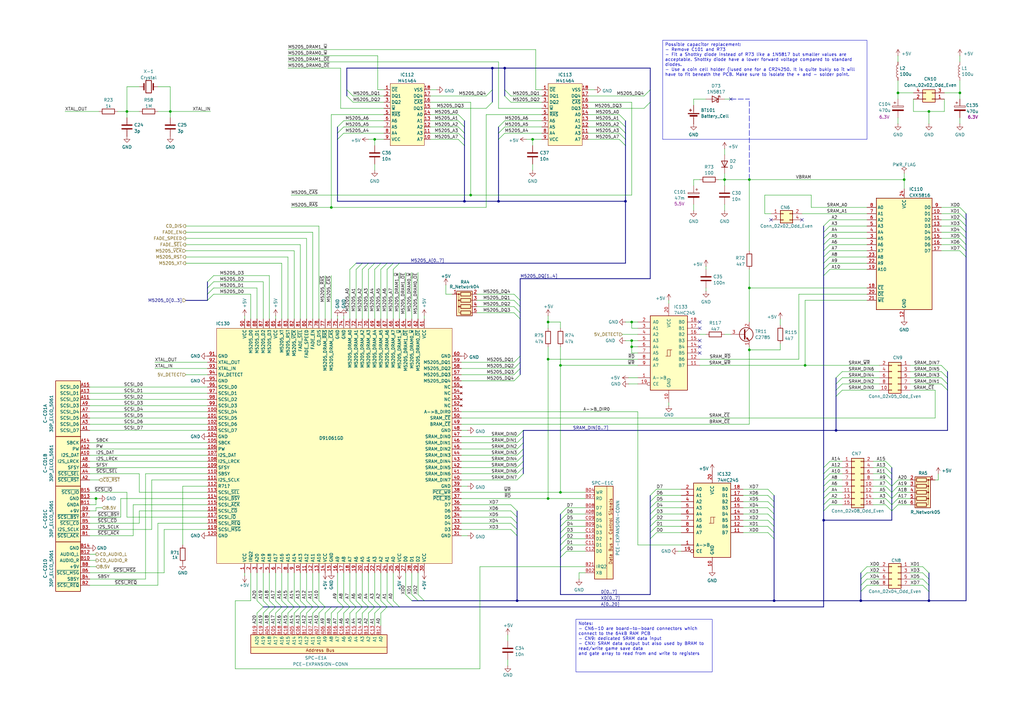
<source format=kicad_sch>
(kicad_sch (version 20250114) (generator "eeschema") (generator_version "9.0")
  (paper "A3")
  (title_block (title "NEC PC-Engine IFU-30 Main PCB") (date "2025-07-12") (rev "0.4") (company "Polykubos") (comment 1 "Author: Regis Galland") (comment 2 "NEC IFU-30 PCB reverse engineered schematics"))
  (text_box "Notes:\n- CN6-10 are board-to-board connectors which connect to the 64kB RAM PCB \n- CN9: dedicated SRAM data input\n- CNX: SRAM data output but also used by BRAM to read/write game save data\nand gate array to read from and write to registers" (at 236.22 254 0) (size 55.88 21.59) (margins 0.9525 0.9525 0.9525 0.9525) (effects (font (size 1.27 1.27)) (justify left top)))
  (text_box "Possible capacitor replacement:\n- Remove C101 and R73\n- Fit a Shottky diode instead of R73 like a 1N5817 but smaller values are acceptable. Shottky diode have a lower forward voltage compared to standard diodes.\n- Use a coin cell holder (Iused one for a CR24250. It is quite bukly so it will have to fit beneath the PCB. Make sure to isolate the + and - solder point." (at 271.78 16.51 0) (size 83.82 40.64) (margins 0.9525 0.9525 0.9525 0.9525) (effects (font (size 1.27 1.27)) (justify left top)))
  (junction (at 330.2 149.86))
  (junction (at 259.08 139.7))
  (junction (at 135.89 85.09))
  (junction (at 307.34 143.51))
  (junction (at 190.5 82.55))
  (junction (at 307.34 73.66))
  (junction (at 381 45.72))
  (junction (at 224.79 132.08))
  (junction (at 224.79 204.47))
  (junction (at 353.06 246.38))
  (junction (at 229.87 149.86))
  (junction (at 69.85 45.72))
  (junction (at 307.34 118.11))
  (junction (at 218.44 57.15))
  (junction (at 259.08 142.24))
  (junction (at 212.09 246.38))
  (junction (at 229.87 201.93))
  (junction (at 224.79 147.32))
  (junction (at 259.08 132.08))
  (junction (at 201.93 27.94))
  (junction (at 393.7 38.1))
  (junction (at 337.82 213.36))
  (junction (at 193.04 80.01))
  (junction (at 39.37 204.47))
  (junction (at 297.18 73.66))
  (junction (at 153.67 57.15))
  (junction (at 207.01 27.94))
  (junction (at 370.84 73.66))
  (junction (at 204.47 82.55))
  (junction (at 381 246.38))
  (junction (at 52.07 45.72))
  (junction (at 368.3 38.1))
  (junction (at 256.54 82.55))
  (junction (at 317.5 246.38))
  (junction (at 342.9 176.53))
  (no_connect (at 299.72 40.64))
  (no_connect (at 328.93 90.17))
  (no_connect (at 316.23 90.17))
  (no_connect (at 287.02 139.7))
  (no_connect (at 287.02 142.24))
  (no_connect (at 287.02 134.62))
  (no_connect (at 287.02 144.78))
  (no_connect (at 287.02 132.08))
  (bus_entry (at 254 49.53) (size 2.54 2.54))
  (bus_entry (at 133.35 248.92) (size -2.54 2.54))
  (bus_entry (at 232.41 226.06) (size -2.54 2.54))
  (bus_entry (at 166.37 243.84) (size 2.54 2.54))
  (bus_entry (at 153.67 248.92) (size -2.54 2.54))
  (bus_entry (at 213.36 123.19) (size -2.54 -2.54))
  (bus_entry (at 213.36 125.73) (size -2.54 -2.54))
  (bus_entry (at 213.36 130.81) (size -2.54 -2.54))
  (bus_entry (at 213.36 128.27) (size -2.54 -2.54))
  (bus_entry (at 128.27 248.92) (size -2.54 2.54))
  (bus_entry (at 363.22 201.93) (size 2.54 2.54))
  (bus_entry (at 269.24 208.28) (size -2.54 2.54))
  (bus_entry (at 232.41 210.82) (size -2.54 2.54))
  (bus_entry (at 340.36 204.47) (size -2.54 2.54))
  (bus_entry (at 363.22 196.85) (size 2.54 2.54))
  (bus_entry (at 204.47 57.15) (size 2.54 -2.54))
  (bus_entry (at 363.22 194.31) (size 2.54 2.54))
  (bus_entry (at 340.36 196.85) (size -2.54 2.54))
  (bus_entry (at 209.55 207.01) (size 2.54 2.54))
  (bus_entry (at 254 46.99) (size 2.54 2.54))
  (bus_entry (at 128.27 246.38) (size 2.54 2.54))
  (bus_entry (at 314.96 200.66) (size 2.54 2.54))
  (bus_entry (at 393.7 95.25) (size 2.54 2.54))
  (bus_entry (at 368.3 207.01) (size -2.54 2.54))
  (bus_entry (at 353.06 234.95) (size 2.54 -2.54))
  (bus_entry (at 314.96 213.36) (size 2.54 2.54))
  (bus_entry (at 209.55 217.17) (size 2.54 2.54))
  (bus_entry (at 393.7 97.79) (size 2.54 2.54))
  (bus_entry (at 156.21 248.92) (size -2.54 2.54))
  (bus_entry (at 340.36 207.01) (size -2.54 2.54))
  (bus_entry (at 269.24 210.82) (size -2.54 2.54))
  (bus_entry (at 212.09 196.85) (size 2.54 -2.54))
  (bus_entry (at 232.41 218.44) (size -2.54 2.54))
  (bus_entry (at 213.36 146.05) (size -2.54 2.54))
  (bus_entry (at 146.05 248.92) (size -2.54 2.54))
  (bus_entry (at 212.09 191.77) (size 2.54 -2.54))
  (bus_entry (at 115.57 248.92) (size -2.54 2.54))
  (bus_entry (at 342.9 157.48) (size 2.54 -2.54))
  (bus_entry (at 363.22 191.77) (size 2.54 2.54))
  (bus_entry (at 146.05 246.38) (size 2.54 2.54))
  (bus_entry (at 113.03 248.92) (size -2.54 2.54))
  (bus_entry (at 212.09 194.31) (size 2.54 -2.54))
  (bus_entry (at 87.63 118.11) (size -2.54 2.54))
  (bus_entry (at 113.03 246.38) (size 2.54 2.54))
  (bus_entry (at 314.96 203.2) (size 2.54 2.54))
  (bus_entry (at 209.55 214.63) (size 2.54 2.54))
  (bus_entry (at 368.3 201.93) (size -2.54 2.54))
  (bus_entry (at 213.36 148.59) (size -2.54 2.54))
  (bus_entry (at 342.9 162.56) (size 2.54 -2.54))
  (bus_entry (at 368.3 196.85) (size -2.54 2.54))
  (bus_entry (at 232.41 223.52) (size -2.54 2.54))
  (bus_entry (at 340.36 189.23) (size -2.54 2.54))
  (bus_entry (at 158.75 246.38) (size 2.54 2.54))
  (bus_entry (at 340.36 199.39) (size -2.54 2.54))
  (bus_entry (at 87.63 113.03) (size -2.54 2.54))
  (bus_entry (at 143.51 246.38) (size 2.54 2.54))
  (bus_entry (at 212.09 184.15) (size 2.54 -2.54))
  (bus_entry (at 212.09 189.23) (size 2.54 -2.54))
  (bus_entry (at 125.73 248.92) (size -2.54 2.54))
  (bus_entry (at 264.16 44.45) (size 2.54 -2.54))
  (bus_entry (at 353.06 242.57) (size 2.54 -2.54))
  (bus_entry (at 138.43 246.38) (size 2.54 2.54))
  (bus_entry (at 213.36 153.67) (size -2.54 2.54))
  (bus_entry (at 158.75 248.92) (size -2.54 2.54))
  (bus_entry (at 207.01 36.83) (size 2.54 2.54))
  (bus_entry (at 269.24 213.36) (size -2.54 2.54))
  (bus_entry (at 130.81 248.92) (size -2.54 2.54))
  (bus_entry (at 388.62 154.94) (size -2.54 -2.54))
  (bus_entry (at 209.55 209.55) (size 2.54 2.54))
  (bus_entry (at 254 57.15) (size 2.54 2.54))
  (bus_entry (at 353.06 240.03) (size 2.54 -2.54))
  (bus_entry (at 340.36 194.31) (size -2.54 2.54))
  (bus_entry (at 388.62 157.48) (size -2.54 -2.54))
  (bus_entry (at 209.55 212.09) (size 2.54 2.54))
  (bus_entry (at 135.89 248.92) (size -2.54 2.54))
  (bus_entry (at 314.96 205.74) (size 2.54 2.54))
  (bus_entry (at 342.9 154.94) (size 2.54 -2.54))
  (bus_entry (at 232.41 213.36) (size -2.54 2.54))
  (bus_entry (at 342.9 160.02) (size 2.54 -2.54))
  (bus_entry (at 269.24 200.66) (size -2.54 2.54))
  (bus_entry (at 363.22 189.23) (size 2.54 2.54))
  (bus_entry (at 171.45 243.84) (size 2.54 2.54))
  (bus_entry (at 393.7 92.71) (size 2.54 2.54))
  (bus_entry (at 393.7 90.17) (size 2.54 2.54))
  (bus_entry (at 393.7 87.63) (size 2.54 2.54))
  (bus_entry (at 393.7 85.09) (size 2.54 2.54))
  (bus_entry (at 130.81 246.38) (size 2.54 2.54))
  (bus_entry (at 87.63 115.57) (size -2.54 2.54))
  (bus_entry (at 378.46 234.95) (size 2.54 2.54))
  (bus_entry (at 363.22 199.39) (size 2.54 2.54))
  (bus_entry (at 212.09 186.69) (size 2.54 -2.54))
  (bus_entry (at 378.46 232.41) (size 2.54 2.54))
  (bus_entry (at 107.95 248.92) (size -2.54 2.54))
  (bus_entry (at 199.39 39.37) (size 2.54 -2.54))
  (bus_entry (at 199.39 44.45) (size 2.54 -2.54))
  (bus_entry (at 142.24 39.37) (size 2.54 2.54))
  (bus_entry (at 142.24 36.83) (size 2.54 2.54))
  (bus_entry (at 314.96 218.44) (size 2.54 2.54))
  (bus_entry (at 388.62 152.4) (size -2.54 -2.54))
  (bus_entry (at 363.22 204.47) (size 2.54 2.54))
  (bus_entry (at 148.59 248.92) (size -2.54 2.54))
  (bus_entry (at 378.46 237.49) (size 2.54 2.54))
  (bus_entry (at 254 54.61) (size 2.54 2.54))
  (bus_entry (at 213.36 151.13) (size -2.54 2.54))
  (bus_entry (at 363.22 207.01) (size 2.54 2.54))
  (bus_entry (at 148.59 246.38) (size 2.54 2.54))
  (bus_entry (at 393.7 100.33) (size 2.54 2.54))
  (bus_entry (at 140.97 248.92) (size -2.54 2.54))
  (bus_entry (at 212.09 179.07) (size 2.54 -2.54))
  (bus_entry (at 269.24 203.2) (size -2.54 2.54))
  (bus_entry (at 207.01 39.37) (size 2.54 2.54))
  (bus_entry (at 340.36 191.77) (size -2.54 2.54))
  (bus_entry (at 118.11 246.38) (size 2.54 2.54))
  (bus_entry (at 158.75 110.49) (size 2.54 -2.54))
  (bus_entry (at 156.21 110.49) (size 2.54 -2.54))
  (bus_entry (at 161.29 110.49) (size 2.54 -2.54))
  (bus_entry (at 153.67 110.49) (size 2.54 -2.54))
  (bus_entry (at 151.13 110.49) (size 2.54 -2.54))
  (bus_entry (at 148.59 110.49) (size 2.54 -2.54))
  (bus_entry (at 146.05 110.49) (size 2.54 -2.54))
  (bus_entry (at 143.51 110.49) (size 2.54 -2.54))
  (bus_entry (at 110.49 248.92) (size -2.54 2.54))
  (bus_entry (at 115.57 246.38) (size 2.54 2.54))
  (bus_entry (at 378.46 240.03) (size 2.54 2.54))
  (bus_entry (at 107.95 246.38) (size 2.54 2.54))
  (bus_entry (at 254 52.07) (size 2.54 2.54))
  (bus_entry (at 314.96 210.82) (size 2.54 2.54))
  (bus_entry (at 120.65 248.92) (size -2.54 2.54))
  (bus_entry (at 388.62 160.02) (size -2.54 -2.54))
  (bus_entry (at 120.65 246.38) (size 2.54 2.54))
  (bus_entry (at 269.24 205.74) (size -2.54 2.54))
  (bus_entry (at 340.36 105.41) (size -2.54 2.54))
  (bus_entry (at 340.36 107.95) (size -2.54 2.54))
  (bus_entry (at 340.36 110.49) (size -2.54 2.54))
  (bus_entry (at 340.36 97.79) (size -2.54 2.54))
  (bus_entry (at 340.36 92.71) (size -2.54 2.54))
  (bus_entry (at 340.36 95.25) (size -2.54 2.54))
  (bus_entry (at 340.36 100.33) (size -2.54 2.54))
  (bus_entry (at 340.36 102.87) (size -2.54 2.54))
  (bus_entry (at 340.36 90.17) (size -2.54 2.54))
  (bus_entry (at 314.96 215.9) (size 2.54 2.54))
  (bus_entry (at 314.96 208.28) (size 2.54 2.54))
  (bus_entry (at 87.63 120.65) (size -2.54 2.54))
  (bus_entry (at 368.3 199.39) (size -2.54 2.54))
  (bus_entry (at 232.41 220.98) (size -2.54 2.54))
  (bus_entry (at 368.3 204.47) (size -2.54 2.54))
  (bus_entry (at 161.29 246.38) (size 2.54 2.54))
  (bus_entry (at 340.36 201.93) (size -2.54 2.54))
  (bus_entry (at 264.16 39.37) (size 2.54 -2.54))
  (bus_entry (at 232.41 215.9) (size -2.54 2.54))
  (bus_entry (at 110.49 246.38) (size 2.54 2.54))
  (bus_entry (at 138.43 57.15) (size 2.54 -2.54))
  (bus_entry (at 269.24 215.9) (size -2.54 2.54))
  (bus_entry (at 204.47 52.07) (size 2.54 -2.54))
  (bus_entry (at 153.67 246.38) (size 2.54 2.54))
  (bus_entry (at 143.51 248.92) (size -2.54 2.54))
  (bus_entry (at 105.41 246.38) (size 2.54 2.54))
  (bus_entry (at 151.13 248.92) (size -2.54 2.54))
  (bus_entry (at 140.97 246.38) (size 2.54 2.54))
  (bus_entry (at 123.19 246.38) (size 2.54 2.54))
  (bus_entry (at 138.43 248.92) (size -2.54 2.54))
  (bus_entry (at 123.19 248.92) (size -2.54 2.54))
  (bus_entry (at 168.91 243.84) (size 2.54 2.54))
  (bus_entry (at 204.47 54.61) (size 2.54 -2.54))
  (bus_entry (at 187.96 49.53) (size 2.54 2.54))
  (bus_entry (at 187.96 52.07) (size 2.54 2.54))
  (bus_entry (at 187.96 46.99) (size 2.54 2.54))
  (bus_entry (at 187.96 57.15) (size 2.54 2.54))
  (bus_entry (at 187.96 54.61) (size 2.54 2.54))
  (bus_entry (at 138.43 52.07) (size 2.54 -2.54))
  (bus_entry (at 138.43 54.61) (size 2.54 -2.54))
  (bus_entry (at 156.21 246.38) (size 2.54 2.54))
  (bus_entry (at 212.09 181.61) (size 2.54 -2.54))
  (bus_entry (at 353.06 237.49) (size 2.54 -2.54))
  (bus_entry (at 125.73 246.38) (size 2.54 2.54))
  (bus_entry (at 232.41 208.28) (size -2.54 2.54))
  (bus_entry (at 151.13 246.38) (size 2.54 2.54))
  (bus_entry (at 118.11 248.92) (size -2.54 2.54))
  (bus_entry (at 269.24 218.44) (size -2.54 2.54))
  (bus_entry (at 393.7 102.87) (size 2.54 2.54))
  (bus (pts (xy 365.76 196.85) (xy 365.76 199.39)))
  (bus (pts (xy 168.91 246.38) (xy 171.45 246.38)))
  (wire (pts (xy 63.5 148.59) (xy 85.09 148.59)))
  (wire (pts (xy 210.82 128.27) (xy 195.58 128.27)))
  (wire (pts (xy 138.43 251.46) (xy 138.43 256.54)))
  (wire (pts (xy 36.83 166.37) (xy 85.09 166.37)))
  (wire (pts (xy 259.08 142.24) (xy 259.08 144.78)))
  (wire (pts (xy 85.09 201.93) (xy 57.15 201.93)))
  (bus (pts (xy 337.82 194.31) (xy 337.82 196.85)))
  (wire (pts (xy 320.04 130.81) (xy 320.04 133.35)))
  (bus (pts (xy 140.97 248.92) (xy 143.51 248.92)))
  (wire (pts (xy 107.95 246.38) (xy 107.95 234.95)))
  (wire (pts (xy 166.37 234.95) (xy 166.37 243.84)))
  (wire (pts (xy 118.11 25.4) (xy 204.47 25.4)))
  (wire (pts (xy 313.69 87.63) (xy 313.69 80.01)))
  (wire (pts (xy 373.38 157.48) (xy 386.08 157.48)))
  (wire (pts (xy 36.83 212.09) (xy 49.53 212.09)))
  (wire (pts (xy 307.34 143.51) (xy 320.04 143.51)))
  (polyline (pts (xy 307.34 73.66) (xy 307.34 40.64)) (stroke (width 0.2) (type dash)))
  (wire (pts (xy 284.48 40.64) (xy 284.48 43.18)))
  (wire (pts (xy 224.79 132.08) (xy 229.87 132.08)))
  (wire (pts (xy 378.46 234.95) (xy 373.38 234.95)))
  (bus (pts (xy 381 240.03) (xy 381 242.57)))
  (wire (pts (xy 57.15 201.93) (xy 57.15 194.31)))
  (wire (pts (xy 269.24 203.2) (xy 279.4 203.2)))
  (wire (pts (xy 363.22 199.39) (xy 358.14 199.39)))
  (bus (pts (xy 337.82 102.87) (xy 337.82 105.41)))
  (bus (pts (xy 266.7 27.94) (xy 266.7 36.83)))
  (bus (pts (xy 123.19 248.92) (xy 125.73 248.92)))
  (bus (pts (xy 256.54 57.15) (xy 256.54 59.69)))
  (wire (pts (xy 297.18 73.66) (xy 307.34 73.66)))
  (wire (pts (xy 189.23 212.09) (xy 209.55 212.09)))
  (wire (pts (xy 307.34 118.11) (xy 355.6 118.11)))
  (bus (pts (xy 214.63 179.07) (xy 214.63 181.61)))
  (wire (pts (xy 36.83 201.93) (xy 52.07 201.93)))
  (wire (pts (xy 113.03 251.46) (xy 113.03 256.54)))
  (wire (pts (xy 151.13 57.15) (xy 153.67 57.15)))
  (wire (pts (xy 138.43 130.81) (xy 138.43 129.54)))
  (wire (pts (xy 332.74 85.09) (xy 355.6 85.09)))
  (wire (pts (xy 387.35 45.72) (xy 381 45.72)))
  (wire (pts (xy 297.18 40.64) (xy 299.72 40.64)))
  (bus (pts (xy 396.24 90.17) (xy 396.24 92.71)))
  (wire (pts (xy 196.85 274.32) (xy 96.52 274.32)))
  (wire (pts (xy 224.79 142.24) (xy 224.79 147.32)))
  (wire (pts (xy 69.85 35.56) (xy 64.77 35.56)))
  (wire (pts (xy 176.53 49.53) (xy 187.96 49.53)))
  (wire (pts (xy 39.37 204.47) (xy 40.64 204.47)))
  (bus (pts (xy 85.09 118.11) (xy 85.09 120.65)))
  (bus (pts (xy 342.9 160.02) (xy 342.9 162.56)))
  (wire (pts (xy 368.3 33.02) (xy 368.3 38.1)))
  (wire (pts (xy 393.7 92.71) (xy 386.08 92.71)))
  (wire (pts (xy 96.52 246.38) (xy 102.87 246.38)))
  (wire (pts (xy 210.82 123.19) (xy 195.58 123.19)))
  (wire (pts (xy 261.62 157.48) (xy 257.81 157.48)))
  (bus (pts (xy 204.47 82.55) (xy 256.54 82.55)))
  (wire (pts (xy 284.48 40.64) (xy 289.56 40.64)))
  (bus (pts (xy 212.09 212.09) (xy 212.09 214.63)))
  (bus (pts (xy 138.43 82.55) (xy 190.5 82.55)))
  (wire (pts (xy 161.29 234.95) (xy 161.29 246.38)))
  (wire (pts (xy 363.22 189.23) (xy 358.14 189.23)))
  (wire (pts (xy 156.21 110.49) (xy 156.21 130.81)))
  (wire (pts (xy 157.48 41.91) (xy 144.78 41.91)))
  (bus (pts (xy 229.87 228.6) (xy 229.87 243.84)))
  (bus (pts (xy 201.93 36.83) (xy 201.93 27.94)))
  (wire (pts (xy 176.53 57.15) (xy 187.96 57.15)))
  (bus (pts (xy 337.82 191.77) (xy 337.82 194.31)))
  (wire (pts (xy 229.87 132.08) (xy 229.87 134.62)))
  (wire (pts (xy 241.3 49.53) (xy 254 49.53)))
  (wire (pts (xy 135.89 251.46) (xy 135.89 256.54)))
  (wire (pts (xy 307.34 73.66) (xy 307.34 102.87)))
  (wire (pts (xy 36.83 184.15) (xy 85.09 184.15)))
  (wire (pts (xy 360.68 234.95) (xy 355.6 234.95)))
  (wire (pts (xy 208.28 262.89) (xy 208.28 260.35)))
  (bus (pts (xy 342.9 162.56) (xy 342.9 176.53)))
  (wire (pts (xy 157.48 49.53) (xy 140.97 49.53)))
  (wire (pts (xy 368.3 38.1) (xy 374.65 38.1)))
  (wire (pts (xy 63.5 151.13) (xy 85.09 151.13)))
  (bus (pts (xy 317.5 205.74) (xy 317.5 203.2)))
  (wire (pts (xy 330.2 123.19) (xy 330.2 149.86)))
  (wire (pts (xy 284.48 73.66) (xy 284.48 76.2)))
  (wire (pts (xy 204.47 25.4) (xy 204.47 44.45)))
  (wire (pts (xy 229.87 149.86) (xy 261.62 149.86)))
  (wire (pts (xy 76.2 95.25) (xy 128.27 95.25)))
  (bus (pts (xy 204.47 52.07) (xy 204.47 54.61)))
  (wire (pts (xy 36.83 196.85) (xy 40.64 196.85)))
  (wire (pts (xy 393.7 95.25) (xy 386.08 95.25)))
  (wire (pts (xy 393.7 33.02) (xy 393.7 38.1)))
  (bus (pts (xy 337.82 92.71) (xy 337.82 95.25)))
  (wire (pts (xy 130.81 251.46) (xy 130.81 256.54)))
  (wire (pts (xy 368.3 50.8) (xy 368.3 48.26)))
  (wire (pts (xy 340.36 92.71) (xy 355.6 92.71)))
  (bus (pts (xy 214.63 176.53) (xy 214.63 179.07)))
  (wire (pts (xy 163.83 111.76) (xy 163.83 130.81)))
  (wire (pts (xy 110.49 251.46) (xy 110.49 256.54)))
  (bus (pts (xy 138.43 248.92) (xy 140.97 248.92)))
  (wire (pts (xy 135.89 85.09) (xy 199.39 85.09)))
  (wire (pts (xy 237.49 234.95) (xy 237.49 237.49)))
  (wire (pts (xy 314.96 210.82) (xy 304.8 210.82)))
  (wire (pts (xy 85.09 196.85) (xy 62.23 196.85)))
  (bus (pts (xy 337.82 105.41) (xy 337.82 107.95)))
  (wire (pts (xy 166.37 111.76) (xy 166.37 130.81)))
  (bus (pts (xy 388.62 157.48) (xy 388.62 160.02)))
  (wire (pts (xy 158.75 246.38) (xy 158.75 234.95)))
  (wire (pts (xy 259.08 134.62) (xy 261.62 134.62)))
  (wire (pts (xy 393.7 48.26) (xy 393.7 50.8)))
  (wire (pts (xy 125.73 234.95) (xy 125.73 246.38)))
  (bus (pts (xy 142.24 36.83) (xy 142.24 27.94)))
  (bus (pts (xy 213.36 125.73) (xy 213.36 123.19)))
  (wire (pts (xy 193.04 41.91) (xy 193.04 80.01)))
  (wire (pts (xy 264.16 39.37) (xy 241.3 39.37)))
  (bus (pts (xy 266.7 41.91) (xy 266.7 36.83)))
  (wire (pts (xy 102.87 120.65) (xy 102.87 130.81)))
  (wire (pts (xy 204.47 44.45) (xy 222.25 44.45)))
  (wire (pts (xy 287.02 149.86) (xy 330.2 149.86)))
  (wire (pts (xy 279.4 223.52) (xy 261.62 223.52)))
  (wire (pts (xy 52.07 45.72) (xy 52.07 48.26)))
  (polyline (pts (xy 299.72 40.64) (xy 307.34 40.64)) (stroke (width 0.2) (type dash)))
  (wire (pts (xy 76.2 107.95) (xy 115.57 107.95)))
  (wire (pts (xy 393.7 38.1) (xy 393.7 40.64)))
  (wire (pts (xy 384.81 196.85) (xy 383.54 196.85)))
  (wire (pts (xy 327.66 147.32) (xy 327.66 120.65)))
  (wire (pts (xy 219.71 20.32) (xy 219.71 36.83)))
  (wire (pts (xy 355.6 100.33) (xy 340.36 100.33)))
  (wire (pts (xy 171.45 234.95) (xy 171.45 243.84)))
  (wire (pts (xy 199.39 85.09) (xy 199.39 46.99)))
  (wire (pts (xy 259.08 132.08) (xy 259.08 134.62)))
  (wire (pts (xy 241.3 46.99) (xy 254 46.99)))
  (wire (pts (xy 279.4 226.06) (xy 278.13 226.06)))
  (wire (pts (xy 224.79 129.54) (xy 224.79 132.08)))
  (wire (pts (xy 387.35 45.72) (xy 387.35 40.64)))
  (bus (pts (xy 342.9 157.48) (xy 342.9 154.94)))
  (bus (pts (xy 229.87 226.06) (xy 229.87 228.6)))
  (wire (pts (xy 360.68 240.03) (xy 355.6 240.03)))
  (wire (pts (xy 232.41 223.52) (xy 240.03 223.52)))
  (wire (pts (xy 87.63 113.03) (xy 110.49 113.03)))
  (bus (pts (xy 337.82 209.55) (xy 337.82 213.36)))
  (wire (pts (xy 229.87 149.86) (xy 229.87 201.93)))
  (wire (pts (xy 87.63 120.65) (xy 102.87 120.65)))
  (wire (pts (xy 212.09 184.15) (xy 189.23 184.15)))
  (wire (pts (xy 370.84 73.66) (xy 370.84 77.47)))
  (wire (pts (xy 378.46 240.03) (xy 373.38 240.03)))
  (wire (pts (xy 86.36 45.72) (xy 69.85 45.72)))
  (wire (pts (xy 100.33 130.81) (xy 100.33 129.54)))
  (wire (pts (xy 36.83 207.01) (xy 39.37 207.01)))
  (wire (pts (xy 140.97 246.38) (xy 140.97 234.95)))
  (bus (pts (xy 266.7 215.9) (xy 266.7 218.44)))
  (bus (pts (xy 190.5 82.55) (xy 204.47 82.55)))
  (wire (pts (xy 87.63 118.11) (xy 105.41 118.11)))
  (wire (pts (xy 189.23 207.01) (xy 209.55 207.01)))
  (wire (pts (xy 105.41 234.95) (xy 105.41 246.38)))
  (bus (pts (xy 190.5 54.61) (xy 190.5 57.15)))
  (wire (pts (xy 130.81 234.95) (xy 130.81 246.38)))
  (bus (pts (xy 204.47 54.61) (xy 204.47 57.15)))
  (wire (pts (xy 345.44 157.48) (xy 360.68 157.48)))
  (wire (pts (xy 193.04 80.01) (xy 119.38 80.01)))
  (wire (pts (xy 320.04 140.97) (xy 320.04 143.51)))
  (bus (pts (xy 337.82 199.39) (xy 337.82 201.93)))
  (wire (pts (xy 153.67 234.95) (xy 153.67 246.38)))
  (wire (pts (xy 133.35 251.46) (xy 133.35 256.54)))
  (wire (pts (xy 36.83 176.53) (xy 85.09 176.53)))
  (wire (pts (xy 176.53 39.37) (xy 199.39 39.37)))
  (wire (pts (xy 215.9 57.15) (xy 218.44 57.15)))
  (bus (pts (xy 229.87 218.44) (xy 229.87 220.98)))
  (wire (pts (xy 120.65 251.46) (xy 120.65 256.54)))
  (bus (pts (xy 213.36 114.3) (xy 266.7 114.3)))
  (wire (pts (xy 222.25 41.91) (xy 209.55 41.91)))
  (bus (pts (xy 256.54 107.95) (xy 256.54 82.55)))
  (bus (pts (xy 317.5 213.36) (xy 317.5 210.82)))
  (bus (pts (xy 163.83 107.95) (xy 256.54 107.95)))
  (bus (pts (xy 204.47 57.15) (xy 204.47 82.55)))
  (bus (pts (xy 337.82 113.03) (xy 337.82 191.77)))
  (wire (pts (xy 189.23 156.21) (xy 210.82 156.21)))
  (wire (pts (xy 146.05 246.38) (xy 146.05 234.95)))
  (bus (pts (xy 163.83 248.92) (xy 337.82 248.92)))
  (bus (pts (xy 229.87 210.82) (xy 229.87 213.36)))
  (wire (pts (xy 307.34 142.24) (xy 307.34 143.51)))
  (wire (pts (xy 85.09 217.17) (xy 67.31 217.17)))
  (wire (pts (xy 36.83 171.45) (xy 85.09 171.45)))
  (wire (pts (xy 191.77 219.71) (xy 189.23 219.71)))
  (bus (pts (xy 337.82 213.36) (xy 337.82 248.92)))
  (bus (pts (xy 85.09 115.57) (xy 85.09 118.11)))
  (wire (pts (xy 157.48 44.45) (xy 139.7 44.45)))
  (wire (pts (xy 189.23 151.13) (xy 210.82 151.13)))
  (wire (pts (xy 157.48 39.37) (xy 144.78 39.37)))
  (bus (pts (xy 317.5 220.98) (xy 317.5 246.38)))
  (bus (pts (xy 190.5 49.53) (xy 190.5 52.07)))
  (bus (pts (xy 85.09 120.65) (xy 85.09 123.19)))
  (wire (pts (xy 148.59 246.38) (xy 148.59 234.95)))
  (wire (pts (xy 52.07 201.93) (xy 52.07 212.09)))
  (wire (pts (xy 36.83 186.69) (xy 85.09 186.69)))
  (wire (pts (xy 345.44 154.94) (xy 360.68 154.94)))
  (wire (pts (xy 368.3 207.01) (xy 373.38 207.01)))
  (wire (pts (xy 39.37 208.28) (xy 41.91 208.28)))
  (wire (pts (xy 218.44 57.15) (xy 222.25 57.15)))
  (bus (pts (xy 317.5 246.38) (xy 353.06 246.38)))
  (wire (pts (xy 39.37 209.55) (xy 36.83 209.55)))
  (bus (pts (xy 353.06 242.57) (xy 353.06 246.38)))
  (wire (pts (xy 373.38 149.86) (xy 386.08 149.86)))
  (bus (pts (xy 266.7 210.82) (xy 266.7 213.36)))
  (wire (pts (xy 185.42 120.65) (xy 182.88 120.65)))
  (wire (pts (xy 373.38 154.94) (xy 386.08 154.94)))
  (wire (pts (xy 36.83 232.41) (xy 39.37 232.41)))
  (wire (pts (xy 118.11 251.46) (xy 118.11 256.54)))
  (wire (pts (xy 176.53 44.45) (xy 199.39 44.45)))
  (wire (pts (xy 191.77 176.53) (xy 189.23 176.53)))
  (wire (pts (xy 368.3 38.1) (xy 368.3 40.64)))
  (bus (pts (xy 214.63 176.53) (xy 342.9 176.53)))
  (wire (pts (xy 241.3 41.91) (xy 259.08 41.91)))
  (wire (pts (xy 153.67 57.15) (xy 157.48 57.15)))
  (wire (pts (xy 76.2 102.87) (xy 120.65 102.87)))
  (bus (pts (xy 213.36 130.81) (xy 213.36 146.05)))
  (bus (pts (xy 337.82 100.33) (xy 337.82 102.87)))
  (bus (pts (xy 201.93 27.94) (xy 207.01 27.94)))
  (wire (pts (xy 156.21 246.38) (xy 156.21 234.95)))
  (wire (pts (xy 332.74 80.01) (xy 332.74 85.09)))
  (bus (pts (xy 120.65 248.92) (xy 123.19 248.92)))
  (bus (pts (xy 365.76 191.77) (xy 365.76 194.31)))
  (wire (pts (xy 340.36 189.23) (xy 345.44 189.23)))
  (wire (pts (xy 69.85 45.72) (xy 69.85 35.56)))
  (bus (pts (xy 151.13 107.95) (xy 153.67 107.95)))
  (wire (pts (xy 105.41 118.11) (xy 105.41 130.81)))
  (wire (pts (xy 146.05 251.46) (xy 146.05 256.54)))
  (wire (pts (xy 36.83 214.63) (xy 57.15 214.63)))
  (bus (pts (xy 146.05 107.95) (xy 148.59 107.95)))
  (wire (pts (xy 128.27 95.25) (xy 128.27 130.81)))
  (wire (pts (xy 107.95 251.46) (xy 107.95 256.54)))
  (wire (pts (xy 269.24 205.74) (xy 279.4 205.74)))
  (wire (pts (xy 313.69 87.63) (xy 316.23 87.63)))
  (wire (pts (xy 76.2 92.71) (xy 130.81 92.71)))
  (bus (pts (xy 190.5 59.69) (xy 190.5 82.55)))
  (bus (pts (xy 396.24 105.41) (xy 396.24 246.38)))
  (wire (pts (xy 208.28 273.05) (xy 208.28 270.51)))
  (wire (pts (xy 393.7 87.63) (xy 386.08 87.63)))
  (wire (pts (xy 259.08 139.7) (xy 261.62 139.7)))
  (wire (pts (xy 36.83 163.83) (xy 85.09 163.83)))
  (wire (pts (xy 269.24 215.9) (xy 279.4 215.9)))
  (wire (pts (xy 135.89 46.99) (xy 135.89 85.09)))
  (bus (pts (xy 161.29 248.92) (xy 163.83 248.92)))
  (bus (pts (xy 229.87 223.52) (xy 229.87 226.06)))
  (wire (pts (xy 368.3 199.39) (xy 373.38 199.39)))
  (wire (pts (xy 153.67 130.81) (xy 153.67 110.49)))
  (bus (pts (xy 396.24 102.87) (xy 396.24 105.41)))
  (bus (pts (xy 256.54 59.69) (xy 256.54 82.55)))
  (wire (pts (xy 314.96 208.28) (xy 304.8 208.28)))
  (wire (pts (xy 140.97 251.46) (xy 140.97 256.54)))
  (wire (pts (xy 289.56 109.22) (xy 289.56 110.49)))
  (wire (pts (xy 100.33 234.95) (xy 100.33 236.22)))
  (bus (pts (xy 207.01 27.94) (xy 207.01 36.83)))
  (bus (pts (xy 365.76 207.01) (xy 365.76 209.55)))
  (wire (pts (xy 241.3 57.15) (xy 254 57.15)))
  (wire (pts (xy 176.53 41.91) (xy 193.04 41.91)))
  (wire (pts (xy 232.41 218.44) (xy 240.03 218.44)))
  (wire (pts (xy 224.79 132.08) (xy 224.79 134.62)))
  (bus (pts (xy 256.54 52.07) (xy 256.54 54.61)))
  (bus (pts (xy 113.03 248.92) (xy 115.57 248.92)))
  (wire (pts (xy 115.57 246.38) (xy 115.57 234.95)))
  (wire (pts (xy 113.03 246.38) (xy 113.03 234.95)))
  (wire (pts (xy 256.54 132.08) (xy 259.08 132.08)))
  (wire (pts (xy 259.08 80.01) (xy 259.08 41.91)))
  (wire (pts (xy 105.41 251.46) (xy 105.41 256.54)))
  (wire (pts (xy 123.19 251.46) (xy 123.19 256.54)))
  (wire (pts (xy 191.77 199.39) (xy 189.23 199.39)))
  (wire (pts (xy 36.83 194.31) (xy 57.15 194.31)))
  (wire (pts (xy 374.65 40.64) (xy 374.65 45.72)))
  (wire (pts (xy 123.19 100.33) (xy 123.19 130.81)))
  (wire (pts (xy 269.24 208.28) (xy 279.4 208.28)))
  (bus (pts (xy 107.95 248.92) (xy 110.49 248.92)))
  (bus (pts (xy 353.06 240.03) (xy 353.06 237.49)))
  (bus (pts (xy 365.76 204.47) (xy 365.76 207.01)))
  (bus (pts (xy 212.09 214.63) (xy 212.09 217.17)))
  (wire (pts (xy 274.32 166.37) (xy 274.32 165.1)))
  (wire (pts (xy 107.95 115.57) (xy 107.95 130.81)))
  (wire (pts (xy 54.61 207.01) (xy 85.09 207.01)))
  (wire (pts (xy 118.11 246.38) (xy 118.11 234.95)))
  (wire (pts (xy 64.77 214.63) (xy 85.09 214.63)))
  (wire (pts (xy 393.7 97.79) (xy 386.08 97.79)))
  (bus (pts (xy 256.54 49.53) (xy 256.54 52.07)))
  (wire (pts (xy 189.23 201.93) (xy 229.87 201.93)))
  (wire (pts (xy 139.7 27.94) (xy 139.7 44.45)))
  (wire (pts (xy 157.48 54.61) (xy 140.97 54.61)))
  (bus (pts (xy 214.63 189.23) (xy 214.63 191.77)))
  (bus (pts (xy 342.9 160.02) (xy 342.9 157.48)))
  (wire (pts (xy 340.36 201.93) (xy 345.44 201.93)))
  (wire (pts (xy 393.7 85.09) (xy 386.08 85.09)))
  (wire (pts (xy 297.18 71.12) (xy 297.18 73.66)))
  (wire (pts (xy 384.81 194.31) (xy 384.81 196.85)))
  (bus (pts (xy 266.7 205.74) (xy 266.7 208.28)))
  (wire (pts (xy 229.87 142.24) (xy 229.87 149.86)))
  (wire (pts (xy 383.54 171.45) (xy 383.54 160.02)))
  (wire (pts (xy 328.93 87.63) (xy 355.6 87.63)))
  (wire (pts (xy 36.83 189.23) (xy 85.09 189.23)))
  (wire (pts (xy 307.34 143.51) (xy 307.34 173.99)))
  (wire (pts (xy 39.37 229.87) (xy 36.83 229.87)))
  (wire (pts (xy 207.01 52.07) (xy 222.25 52.07)))
  (wire (pts (xy 229.87 201.93) (xy 240.03 201.93)))
  (bus (pts (xy 148.59 107.95) (xy 151.13 107.95)))
  (wire (pts (xy 143.51 110.49) (xy 143.51 130.81)))
  (bus (pts (xy 381 237.49) (xy 381 240.03)))
  (wire (pts (xy 381 45.72) (xy 374.65 45.72)))
  (wire (pts (xy 259.08 139.7) (xy 259.08 142.24)))
  (bus (pts (xy 146.05 248.92) (xy 148.59 248.92)))
  (wire (pts (xy 378.46 237.49) (xy 373.38 237.49)))
  (wire (pts (xy 125.73 97.79) (xy 125.73 130.81)))
  (wire (pts (xy 314.96 218.44) (xy 304.8 218.44)))
  (wire (pts (xy 57.15 214.63) (xy 57.15 209.55)))
  (wire (pts (xy 118.11 22.86) (xy 154.94 22.86)))
  (bus (pts (xy 381 234.95) (xy 381 237.49)))
  (wire (pts (xy 87.63 115.57) (xy 107.95 115.57)))
  (wire (pts (xy 340.36 191.77) (xy 345.44 191.77)))
  (bus (pts (xy 365.76 209.55) (xy 365.76 213.36)))
  (wire (pts (xy 224.79 147.32) (xy 261.62 147.32)))
  (wire (pts (xy 297.18 137.16) (xy 299.72 137.16)))
  (wire (pts (xy 368.3 22.86) (xy 368.3 25.4)))
  (wire (pts (xy 212.09 194.31) (xy 189.23 194.31)))
  (bus (pts (xy 190.5 52.07) (xy 190.5 54.61)))
  (wire (pts (xy 62.23 196.85) (xy 62.23 217.17)))
  (wire (pts (xy 381 45.72) (xy 381 50.8)))
  (wire (pts (xy 52.07 45.72) (xy 52.07 35.56)))
  (wire (pts (xy 148.59 110.49) (xy 148.59 130.81)))
  (wire (pts (xy 241.3 44.45) (xy 264.16 44.45)))
  (wire (pts (xy 36.83 161.29) (xy 85.09 161.29)))
  (wire (pts (xy 297.18 86.36) (xy 297.18 83.82)))
  (wire (pts (xy 173.99 130.81) (xy 173.99 129.54)))
  (bus (pts (xy 317.5 246.38) (xy 212.09 246.38)))
  (wire (pts (xy 189.23 148.59) (xy 210.82 148.59)))
  (wire (pts (xy 241.3 54.61) (xy 254 54.61)))
  (wire (pts (xy 393.7 100.33) (xy 386.08 100.33)))
  (bus (pts (xy 156.21 107.95) (xy 158.75 107.95)))
  (wire (pts (xy 287.02 73.66) (xy 284.48 73.66)))
  (wire (pts (xy 49.53 204.47) (xy 85.09 204.47)))
  (wire (pts (xy 67.31 217.17) (xy 67.31 234.95)))
  (wire (pts (xy 26.67 45.72) (xy 40.64 45.72)))
  (wire (pts (xy 259.08 132.08) (xy 261.62 132.08)))
  (wire (pts (xy 118.11 27.94) (xy 139.7 27.94)))
  (bus (pts (xy 158.75 107.95) (xy 161.29 107.95)))
  (bus (pts (xy 317.5 215.9) (xy 317.5 218.44)))
  (wire (pts (xy 345.44 152.4) (xy 360.68 152.4)))
  (wire (pts (xy 189.23 214.63) (xy 209.55 214.63)))
  (wire (pts (xy 232.41 210.82) (xy 240.03 210.82)))
  (wire (pts (xy 168.91 234.95) (xy 168.91 243.84)))
  (wire (pts (xy 218.44 67.31) (xy 218.44 69.85)))
  (wire (pts (xy 370.84 73.66) (xy 307.34 73.66)))
  (wire (pts (xy 110.49 113.03) (xy 110.49 130.81)))
  (bus (pts (xy 207.01 27.94) (xy 266.7 27.94)))
  (wire (pts (xy 176.53 36.83) (xy 179.07 36.83)))
  (wire (pts (xy 373.38 160.02) (xy 383.54 160.02)))
  (wire (pts (xy 224.79 147.32) (xy 224.79 204.47)))
  (bus (pts (xy 212.09 217.17) (xy 212.09 219.71)))
  (wire (pts (xy 307.34 118.11) (xy 307.34 132.08)))
  (bus (pts (xy 201.93 36.83) (xy 201.93 41.91)))
  (wire (pts (xy 393.7 90.17) (xy 386.08 90.17)))
  (bus (pts (xy 213.36 128.27) (xy 213.36 125.73)))
  (wire (pts (xy 64.77 240.03) (xy 64.77 214.63)))
  (wire (pts (xy 269.24 200.66) (xy 279.4 200.66)))
  (wire (pts (xy 340.36 194.31) (xy 345.44 194.31)))
  (wire (pts (xy 171.45 111.76) (xy 171.45 130.81)))
  (wire (pts (xy 340.36 90.17) (xy 355.6 90.17)))
  (wire (pts (xy 52.07 212.09) (xy 85.09 212.09)))
  (wire (pts (xy 36.83 204.47) (xy 39.37 204.47)))
  (wire (pts (xy 199.39 46.99) (xy 222.25 46.99)))
  (wire (pts (xy 232.41 208.28) (xy 240.03 208.28)))
  (wire (pts (xy 148.59 251.46) (xy 148.59 256.54)))
  (wire (pts (xy 240.03 232.41) (xy 196.85 232.41)))
  (bus (pts (xy 212.09 209.55) (xy 212.09 212.09)))
  (wire (pts (xy 287.02 147.32) (xy 327.66 147.32)))
  (bus (pts (xy 256.54 54.61) (xy 256.54 57.15)))
  (wire (pts (xy 363.22 196.85) (xy 358.14 196.85)))
  (bus (pts (xy 153.67 107.95) (xy 156.21 107.95)))
  (wire (pts (xy 102.87 234.95) (xy 102.87 246.38)))
  (bus (pts (xy 337.82 107.95) (xy 337.82 110.49)))
  (bus (pts (xy 266.7 41.91) (xy 266.7 114.3)))
  (wire (pts (xy 74.93 223.52) (xy 74.93 199.39)))
  (wire (pts (xy 368.3 196.85) (xy 373.38 196.85)))
  (wire (pts (xy 314.96 215.9) (xy 304.8 215.9)))
  (bus (pts (xy 317.5 215.9) (xy 317.5 213.36)))
  (wire (pts (xy 39.37 227.33) (xy 36.83 227.33)))
  (bus (pts (xy 353.06 237.49) (xy 353.06 234.95)))
  (wire (pts (xy 154.94 22.86) (xy 154.94 36.83)))
  (wire (pts (xy 36.83 181.61) (xy 85.09 181.61)))
  (wire (pts (xy 212.09 189.23) (xy 189.23 189.23)))
  (wire (pts (xy 36.83 219.71) (xy 54.61 219.71)))
  (wire (pts (xy 96.52 274.32) (xy 96.52 246.38)))
  (wire (pts (xy 207.01 49.53) (xy 222.25 49.53)))
  (bus (pts (xy 213.36 148.59) (xy 213.36 151.13)))
  (wire (pts (xy 59.69 237.49) (xy 36.83 237.49)))
  (bus (pts (xy 115.57 248.92) (xy 118.11 248.92)))
  (wire (pts (xy 232.41 213.36) (xy 240.03 213.36)))
  (bus (pts (xy 337.82 207.01) (xy 337.82 209.55)))
  (wire (pts (xy 241.3 36.83) (xy 243.84 36.83)))
  (wire (pts (xy 130.81 92.71) (xy 130.81 130.81)))
  (bus (pts (xy 213.36 146.05) (xy 213.36 148.59)))
  (wire (pts (xy 153.67 67.31) (xy 153.67 69.85)))
  (wire (pts (xy 287.02 137.16) (xy 289.56 137.16)))
  (bus (pts (xy 365.76 199.39) (xy 365.76 201.93)))
  (wire (pts (xy 156.21 251.46) (xy 156.21 256.54)))
  (bus (pts (xy 317.5 208.28) (xy 317.5 205.74)))
  (bus (pts (xy 317.5 208.28) (xy 317.5 210.82)))
  (bus (pts (xy 353.06 242.57) (xy 353.06 240.03)))
  (bus (pts (xy 213.36 151.13) (xy 213.36 153.67)))
  (wire (pts (xy 307.34 110.49) (xy 307.34 118.11)))
  (wire (pts (xy 330.2 123.19) (xy 355.6 123.19)))
  (bus (pts (xy 214.63 184.15) (xy 214.63 186.69)))
  (wire (pts (xy 340.36 105.41) (xy 355.6 105.41)))
  (wire (pts (xy 54.61 219.71) (xy 54.61 207.01)))
  (wire (pts (xy 76.2 100.33) (xy 123.19 100.33)))
  (bus (pts (xy 142.24 27.94) (xy 201.93 27.94)))
  (wire (pts (xy 140.97 130.81) (xy 140.97 129.54)))
  (wire (pts (xy 274.32 123.19) (xy 274.32 124.46)))
  (wire (pts (xy 297.18 60.96) (xy 297.18 63.5)))
  (wire (pts (xy 363.22 194.31) (xy 358.14 194.31)))
  (wire (pts (xy 158.75 110.49) (xy 158.75 130.81)))
  (wire (pts (xy 36.83 217.17) (xy 62.23 217.17)))
  (wire (pts (xy 210.82 120.65) (xy 195.58 120.65)))
  (wire (pts (xy 36.83 168.91) (xy 85.09 168.91)))
  (wire (pts (xy 36.83 173.99) (xy 85.09 173.99)))
  (wire (pts (xy 123.19 234.95) (xy 123.19 246.38)))
  (wire (pts (xy 224.79 204.47) (xy 240.03 204.47)))
  (wire (pts (xy 289.56 118.11) (xy 289.56 119.38)))
  (bus (pts (xy 337.82 97.79) (xy 337.82 100.33)))
  (bus (pts (xy 396.24 100.33) (xy 396.24 102.87)))
  (wire (pts (xy 151.13 251.46) (xy 151.13 256.54)))
  (bus (pts (xy 381 242.57) (xy 381 246.38)))
  (bus (pts (xy 213.36 128.27) (xy 213.36 130.81)))
  (wire (pts (xy 327.66 120.65) (xy 355.6 120.65)))
  (wire (pts (xy 168.91 111.76) (xy 168.91 130.81)))
  (bus (pts (xy 388.62 160.02) (xy 388.62 176.53)))
  (bus (pts (xy 213.36 114.3) (xy 213.36 123.19)))
  (wire (pts (xy 212.09 181.61) (xy 189.23 181.61)))
  (wire (pts (xy 52.07 35.56) (xy 57.15 35.56)))
  (wire (pts (xy 297.18 73.66) (xy 294.64 73.66)))
  (wire (pts (xy 212.09 186.69) (xy 189.23 186.69)))
  (bus (pts (xy 207.01 36.83) (xy 207.01 39.37)))
  (wire (pts (xy 189.23 204.47) (xy 224.79 204.47)))
  (wire (pts (xy 189.23 209.55) (xy 209.55 209.55)))
  (bus (pts (xy 153.67 248.92) (xy 156.21 248.92)))
  (wire (pts (xy 176.53 52.07) (xy 187.96 52.07)))
  (bus (pts (xy 142.24 36.83) (xy 142.24 39.37)))
  (wire (pts (xy 212.09 191.77) (xy 189.23 191.77)))
  (wire (pts (xy 69.85 45.72) (xy 69.85 48.26)))
  (wire (pts (xy 393.7 22.86) (xy 393.7 25.4)))
  (wire (pts (xy 330.2 149.86) (xy 360.68 149.86)))
  (bus (pts (xy 214.63 191.77) (xy 214.63 194.31)))
  (wire (pts (xy 212.09 179.07) (xy 189.23 179.07)))
  (bus (pts (xy 133.35 248.92) (xy 135.89 248.92)))
  (bus (pts (xy 130.81 248.92) (xy 133.35 248.92)))
  (bus (pts (xy 148.59 248.92) (xy 151.13 248.92)))
  (bus (pts (xy 396.24 92.71) (xy 396.24 95.25)))
  (bus (pts (xy 128.27 248.92) (xy 130.81 248.92)))
  (wire (pts (xy 209.55 39.37) (xy 222.25 39.37)))
  (bus (pts (xy 158.75 248.92) (xy 161.29 248.92)))
  (bus (pts (xy 365.76 194.31) (xy 365.76 196.85)))
  (bus (pts (xy 138.43 57.15) (xy 138.43 82.55)))
  (wire (pts (xy 358.14 207.01) (xy 363.22 207.01)))
  (wire (pts (xy 256.54 139.7) (xy 259.08 139.7)))
  (wire (pts (xy 161.29 110.49) (xy 161.29 130.81)))
  (wire (pts (xy 110.49 246.38) (xy 110.49 234.95)))
  (wire (pts (xy 64.77 45.72) (xy 69.85 45.72)))
  (wire (pts (xy 189.23 168.91) (xy 261.62 168.91)))
  (wire (pts (xy 284.48 83.82) (xy 284.48 86.36)))
  (wire (pts (xy 222.25 36.83) (xy 219.71 36.83)))
  (bus (pts (xy 266.7 203.2) (xy 266.7 205.74)))
  (bus (pts (xy 266.7 220.98) (xy 266.7 243.84)))
  (bus (pts (xy 171.45 246.38) (xy 173.99 246.38)))
  (bus (pts (xy 110.49 248.92) (xy 113.03 248.92)))
  (wire (pts (xy 146.05 130.81) (xy 146.05 110.49)))
  (bus (pts (xy 337.82 95.25) (xy 337.82 97.79)))
  (wire (pts (xy 340.36 196.85) (xy 345.44 196.85)))
  (bus (pts (xy 396.24 95.25) (xy 396.24 97.79)))
  (wire (pts (xy 189.23 173.99) (xy 307.34 173.99)))
  (wire (pts (xy 269.24 210.82) (xy 279.4 210.82)))
  (wire (pts (xy 115.57 107.95) (xy 115.57 130.81)))
  (bus (pts (xy 138.43 54.61) (xy 138.43 57.15)))
  (bus (pts (xy 365.76 201.93) (xy 365.76 204.47)))
  (wire (pts (xy 138.43 246.38) (xy 138.43 234.95)))
  (wire (pts (xy 157.48 36.83) (xy 154.94 36.83)))
  (wire (pts (xy 340.36 97.79) (xy 355.6 97.79)))
  (wire (pts (xy 36.83 191.77) (xy 85.09 191.77)))
  (bus (pts (xy 151.13 248.92) (xy 153.67 248.92)))
  (bus (pts (xy 190.5 57.15) (xy 190.5 59.69)))
  (bus (pts (xy 266.7 218.44) (xy 266.7 220.98)))
  (wire (pts (xy 218.44 57.15) (xy 218.44 59.69)))
  (wire (pts (xy 360.68 237.49) (xy 355.6 237.49)))
  (bus (pts (xy 156.21 248.92) (xy 158.75 248.92)))
  (wire (pts (xy 36.83 240.03) (xy 64.77 240.03)))
  (wire (pts (xy 125.73 251.46) (xy 125.73 256.54)))
  (wire (pts (xy 128.27 234.95) (xy 128.27 246.38)))
  (wire (pts (xy 189.23 171.45) (xy 383.54 171.45)))
  (bus (pts (xy 396.24 87.63) (xy 396.24 90.17)))
  (bus (pts (xy 337.82 204.47) (xy 337.82 207.01)))
  (bus (pts (xy 388.62 152.4) (xy 388.62 154.94)))
  (wire (pts (xy 151.13 110.49) (xy 151.13 130.81)))
  (wire (pts (xy 340.36 204.47) (xy 345.44 204.47)))
  (wire (pts (xy 241.3 52.07) (xy 254 52.07)))
  (bus (pts (xy 342.9 176.53) (xy 388.62 176.53)))
  (bus (pts (xy 388.62 154.94) (xy 388.62 157.48)))
  (wire (pts (xy 297.18 76.2) (xy 297.18 73.66)))
  (bus (pts (xy 266.7 208.28) (xy 266.7 210.82)))
  (wire (pts (xy 143.51 246.38) (xy 143.51 234.95)))
  (wire (pts (xy 387.35 38.1) (xy 393.7 38.1)))
  (wire (pts (xy 314.96 203.2) (xy 304.8 203.2)))
  (wire (pts (xy 269.24 218.44) (xy 279.4 218.44)))
  (bus (pts (xy 135.89 248.92) (xy 138.43 248.92)))
  (bus (pts (xy 229.87 215.9) (xy 229.87 218.44)))
  (wire (pts (xy 232.41 226.06) (xy 240.03 226.06)))
  (wire (pts (xy 314.96 200.66) (xy 304.8 200.66)))
  (bus (pts (xy 381 246.38) (xy 396.24 246.38)))
  (wire (pts (xy 363.22 204.47) (xy 358.14 204.47)))
  (wire (pts (xy 120.65 102.87) (xy 120.65 130.81)))
  (wire (pts (xy 57.15 209.55) (xy 85.09 209.55)))
  (wire (pts (xy 113.03 130.81) (xy 113.03 129.54)))
  (bus (pts (xy 212.09 219.71) (xy 212.09 246.38)))
  (bus (pts (xy 76.2 123.19) (xy 85.09 123.19)))
  (bus (pts (xy 229.87 213.36) (xy 229.87 215.9)))
  (wire (pts (xy 85.09 194.31) (xy 59.69 194.31)))
  (wire (pts (xy 360.68 232.41) (xy 355.6 232.41)))
  (wire (pts (xy 48.26 45.72) (xy 52.07 45.72)))
  (wire (pts (xy 314.96 205.74) (xy 304.8 205.74)))
  (wire (pts (xy 340.36 110.49) (xy 355.6 110.49)))
  (wire (pts (xy 74.93 199.39) (xy 85.09 199.39)))
  (bus (pts (xy 337.82 110.49) (xy 337.82 113.03)))
  (wire (pts (xy 118.11 20.32) (xy 219.71 20.32)))
  (wire (pts (xy 237.49 234.95) (xy 240.03 234.95)))
  (wire (pts (xy 345.44 160.02) (xy 360.68 160.02)))
  (wire (pts (xy 135.89 85.09) (xy 119.38 85.09)))
  (bus (pts (xy 337.82 196.85) (xy 337.82 199.39)))
  (bus (pts (xy 125.73 248.92) (xy 128.27 248.92)))
  (bus (pts (xy 161.29 107.95) (xy 163.83 107.95)))
  (wire (pts (xy 135.89 46.99) (xy 157.48 46.99)))
  (wire (pts (xy 370.84 71.12) (xy 370.84 73.66)))
  (wire (pts (xy 193.04 80.01) (xy 259.08 80.01)))
  (wire (pts (xy 378.46 232.41) (xy 373.38 232.41)))
  (wire (pts (xy 120.65 246.38) (xy 120.65 234.95)))
  (wire (pts (xy 133.35 130.81) (xy 133.35 113.03)))
  (wire (pts (xy 207.01 54.61) (xy 222.25 54.61)))
  (wire (pts (xy 189.23 217.17) (xy 209.55 217.17)))
  (wire (pts (xy 340.36 107.95) (xy 355.6 107.95)))
  (wire (pts (xy 153.67 57.15) (xy 153.67 59.69)))
  (wire (pts (xy 36.83 234.95) (xy 67.31 234.95)))
  (wire (pts (xy 59.69 194.31) (xy 59.69 237.49)))
  (wire (pts (xy 36.83 158.75) (xy 85.09 158.75)))
  (wire (pts (xy 232.41 215.9) (xy 240.03 215.9)))
  (bus (pts (xy 229.87 243.84) (xy 266.7 243.84)))
  (wire (pts (xy 313.69 80.01) (xy 332.74 80.01)))
  (wire (pts (xy 76.2 153.67) (xy 85.09 153.67)))
  (wire (pts (xy 143.51 251.46) (xy 143.51 256.54)))
  (bus (pts (xy 353.06 246.38) (xy 381 246.38)))
  (bus (pts (xy 266.7 213.36) (xy 266.7 215.9)))
  (wire (pts (xy 355.6 102.87) (xy 340.36 102.87)))
  (wire (pts (xy 373.38 152.4) (xy 386.08 152.4)))
  (wire (pts (xy 232.41 220.98) (xy 240.03 220.98)))
  (bus (pts (xy 229.87 220.98) (xy 229.87 223.52)))
  (wire (pts (xy 259.08 144.78) (xy 261.62 144.78)))
  (wire (pts (xy 368.3 201.93) (xy 373.38 201.93)))
  (wire (pts (xy 39.37 207.01) (xy 39.37 204.47)))
  (wire (pts (xy 210.82 125.73) (xy 195.58 125.73)))
  (bus (pts (xy 317.5 218.44) (xy 317.5 220.98)))
  (wire (pts (xy 363.22 191.77) (xy 358.14 191.77)))
  (wire (pts (xy 345.44 199.39) (xy 340.36 199.39)))
  (wire (pts (xy 76.2 97.79) (xy 125.73 97.79)))
  (wire (pts (xy 157.48 52.07) (xy 140.97 52.07)))
  (bus (pts (xy 396.24 97.79) (xy 396.24 100.33)))
  (wire (pts (xy 269.24 213.36) (xy 279.4 213.36)))
  (wire (pts (xy 115.57 251.46) (xy 115.57 256.54)))
  (wire (pts (xy 314.96 213.36) (xy 304.8 213.36)))
  (wire (pts (xy 189.23 153.67) (xy 210.82 153.67)))
  (bus (pts (xy 214.63 186.69) (xy 214.63 189.23)))
  (wire (pts (xy 151.13 246.38) (xy 151.13 234.95)))
  (wire (pts (xy 196.85 232.41) (xy 196.85 274.32)))
  (wire (pts (xy 259.08 142.24) (xy 261.62 142.24)))
  (wire (pts (xy 49.53 212.09) (xy 49.53 204.47)))
  (bus (pts (xy 337.82 213.36) (xy 365.76 213.36)))
  (wire (pts (xy 128.27 251.46) (xy 128.27 256.54)))
  (wire (pts (xy 182.88 116.84) (xy 182.88 120.65)))
  (wire (pts (xy 257.81 154.94) (xy 261.62 154.94)))
  (wire (pts (xy 118.11 105.41) (xy 118.11 130.81)))
  (wire (pts (xy 368.3 204.47) (xy 373.38 204.47)))
  (wire (pts (xy 176.53 54.61) (xy 187.96 54.61)))
  (wire (pts (xy 76.2 105.41) (xy 118.11 105.41)))
  (wire (pts (xy 176.53 46.99) (xy 187.96 46.99)))
  (bus (pts (xy 118.11 248.92) (xy 120.65 248.92)))
  (bus (pts (xy 143.51 248.92) (xy 146.05 248.92)))
  (wire (pts (xy 340.36 95.25) (xy 355.6 95.25)))
  (bus (pts (xy 214.63 181.61) (xy 214.63 184.15)))
  (bus (pts (xy 173.99 246.38) (xy 212.09 246.38)))
  (wire (pts (xy 212.09 196.85) (xy 189.23 196.85)))
  (wire (pts (xy 135.89 130.81) (xy 135.89 113.03)))
  (wire (pts (xy 39.37 208.28) (xy 39.37 209.55)))
  (wire (pts (xy 153.67 251.46) (xy 153.67 256.54)))
  (wire (pts (xy 57.15 45.72) (xy 52.07 45.72)))
  (bus (pts (xy 138.43 52.07) (xy 138.43 54.61)))
  (wire (pts (xy 363.22 201.93) (xy 358.14 201.93)))
  (bus (pts (xy 337.82 201.93) (xy 337.82 204.47)))
  (wire (pts (xy 255.27 137.16) (xy 261.62 137.16)))
  (wire (pts (xy 393.7 102.87) (xy 386.08 102.87)))
  (wire (pts (xy 340.36 207.01) (xy 345.44 207.01)))
  (wire (pts (xy 261.62 168.91) (xy 261.62 223.52)))
  (label "A15" (at 363.22 189.23 180))
  (label "SRAM_DIN[0..7]" (at 234.95 176.53 0))
  (label "A16" (at 115.57 255.905 90))
  (label "M5205_DQ1" (at 198.12 123.19 0))
  (label "D1" (at 269.24 215.9 0))
  (label "M5205_DQ3" (at 210.82 153.67 180))
  (label "SCSI_D5" (at 50.8 171.45 0))
  (label "M5205_A1" (at 146.05 118.11 270))
  (label "A4" (at 340.995 95.25 0))
  (label "A20" (at 368.3 196.85 0))
  (label "A2" (at 151.13 255.905 90))
  (label "D0" (at 269.24 218.44 0))
  (label "~{SCSI_ACK}" (at 40.005 219.71 0))
  (label "A13" (at 123.19 245.745 90))
  (label "A11" (at 128.27 245.745 90))
  (label "XD3" (at 204.47 217.17 180))
  (label "SRAM_A1" (at 339.09 87.63 0))
  (label "A0" (at 161.29 245.745 90))
  (label "SBSY" (at 40.005 237.49 0))
  (label "SCSI_D6" (at 50.8 173.99 0))
  (label "M5205_D0" (at 90.17 120.65 0))
  (label "BRAM_~{CE}" (at 290.83 173.99 0))
  (label "I2S_LRCK" (at 39.37 189.23 0))
  (label "SCSI_D2" (at 50.8 163.83 0))
  (label "A0" (at 156.21 255.905 90))
  (label "D0" (at 232.41 226.06 0))
  (label "XD2" (at 360.68 234.95 180))
  (label "D1" (at 232.41 223.52 0))
  (label "XTAL_IN" (at 86.36 45.72 180))
  (label "A12" (at 125.73 245.745 90))
  (label "A4" (at 340.995 201.93 0))
  (label "M5205_D2" (at 90.17 115.57 0))
  (label "I2S_DAT" (at 39.37 186.69 0))
  (label "M5205_A2" (at 187.96 52.07 180))
  (label "SCSI_D0" (at 50.8 158.75 0))
  (label "~{SCSI_BSY}" (at 40.005 212.09 0))
  (label "XD3" (at 393.7 92.71 180))
  (label "A9" (at 138.43 245.745 90))
  (label "A7" (at 363.22 199.39 180))
  (label "M5205_D1" (at 90.17 118.11 0))
  (label "M5205_A5" (at 207.01 52.07 0))
  (label "M5205_DRAM1_~{W}" (at 163.83 111.76 270))
  (label "SRAM_DIN7" (at 212.09 196.85 180))
  (label "M5205_DQ2" (at 210.185 41.91 0))
  (label "A9" (at 363.22 196.85 180))
  (label "M5205_DQ4" (at 198.12 120.65 0))
  (label "XD7" (at 204.47 207.01 180))
  (label "XD6" (at 360.68 240.03 180))
  (label "A7" (at 340.995 102.87 0))
  (label "SRAM_DIN0" (at 212.09 179.07 180))
  (label "M5205_DQ3" (at 243.84 44.45 0))
  (label "XD7" (at 373.38 240.03 0))
  (label "M5205_~{RAS}" (at 133.35 113.03 270))
  (label "A11" (at 363.22 194.31 180))
  (label "XD5" (at 311.15 205.74 180))
  (label "D7" (at 232.41 208.28 0))
  (label "SRAM_DIN2" (at 212.09 184.15 180))
  (label "A20" (at 105.41 255.905 90))
  (label "A12" (at 340.995 191.77 0))
  (label "D3" (at 269.24 210.82 0))
  (label "A6" (at 340.995 199.39 0))
  (label "SRAM_~{CE}" (at 374.65 160.02 0))
  (label "A13" (at 363.22 191.77 180))
  (label "A14" (at 120.65 245.745 90))
  (label "M5205_A3" (at 187.96 54.61 180))
  (label "A14" (at 120.65 255.905 90))
  (label "~{WR}" (at 209.55 201.93 180))
  (label "SRAM_DIN0" (at 347.98 160.02 0))
  (label "A17" (at 368.3 204.47 0))
  (label "M5205_A0" (at 143.51 118.11 270))
  (label "M5205_A2" (at 148.59 118.11 270))
  (label "XD7" (at 393.7 102.87 180))
  (label "A4" (at 146.05 255.905 90))
  (label "SRAM_DIN3" (at 385.445 154.94 180))
  (label "M5205_A6" (at 158.75 118.11 270))
  (label "SRAM_~{CE}" (at 290.83 171.45 0))
  (label "XD4" (at 360.68 237.49 180))
  (label "M5205_A3" (at 151.13 118.11 270))
  (label "M5205_A5" (at 141.605 52.07 0))
  (label "~{RD}" (at 209.55 204.47 180))
  (label "D4" (at 232.41 215.9 0))
  (label "A8" (at 340.995 105.41 0))
  (label "XD4" (at 311.15 208.28 180))
  (label "SFSY" (at 39.37 191.77 0))
  (label "M5205_A6" (at 141.605 49.53 0))
  (label "M5205_A4" (at 141.605 54.61 0))
  (label "SRAM_~{RD}" (at 299.72 147.32 180))
  (label "A5" (at 143.51 255.905 90))
  (label "D6" (at 269.24 203.2 0))
  (label "M5205_A5" (at 156.21 118.11 270))
  (label "M5205_DRAM0_~{OE}" (at 118.11 27.94 0))
  (label "SRAM_~{WR}" (at 347.98 149.86 0))
  (label "XD2" (at 311.15 213.36 180))
  (label "M5205_DQ4" (at 210.82 156.21 180))
  (label "SRAM_DIN5" (at 212.09 191.77 180))
  (label "XD[0..7]" (at 246.38 246.38 0))
  (label "~{SCSI_SEL}" (at 39.37 194.31 0))
  (label "A6" (at 340.995 100.33 0))
  (label "A18" (at 110.49 245.745 90))
  (label "A3" (at 148.59 255.905 90))
  (label "SCSI_D4" (at 50.8 168.91 0))
  (label "A1" (at 153.67 255.905 90))
  (label "M5205_A2" (at 254 52.07 180))
  (label "M5205_A4" (at 153.67 118.11 270))
  (label "M5205_DQ1" (at 210.82 148.59 180))
  (label "~{SCSI_IO}" (at 38.735 201.93 0))
  (label "M5205_DRAM0_~{W}" (at 168.91 111.76 270))
  (label "XD3" (at 311.15 210.82 180))
  (label "M5205_A0" (at 187.96 46.99 180))
  (label "SRAM_DIN7" (at 385.445 149.86 180))
  (label "A10" (at 130.81 245.745 90))
  (label "A0" (at 340.995 207.01 0))
  (label "SRAM_DIN1" (at 212.09 181.61 180))
  (label "M5205_~{CAS}" (at 119.38 80.01 0))
  (label "XD5" (at 393.7 97.79 180))
  (label "XD2" (at 393.7 90.17 180))
  (label "A17" (at 113.03 255.905 90))
  (label "XD1" (at 168.91 243.84 90))
  (label "XD2" (at 171.45 243.84 90))
  (label "SRAM_DIN6" (at 347.98 152.4 0))
  (label "SRAM_DIN4" (at 347.98 154.94 0))
  (label "D7" (at 269.24 200.66 0))
  (label "M5205_A7" (at 161.29 118.11 270))
  (label "M5205_A1" (at 187.96 49.53 180))
  (label "XD7" (at 311.15 200.66 180))
  (label "M5205_DRAM1_~{OE}" (at 118.11 25.4 0))
  (label "D6" (at 232.41 210.82 0))
  (label "A17" (at 113.03 245.745 90))
  (label "XD0" (at 166.37 243.84 90))
  (label "SRAM_DIN5" (at 385.445 152.4 180))
  (label "A6" (at 146.05 245.745 90))
  (label "M5205_DQ2" (at 210.82 151.13 180))
  (label "SCSI_D1" (at 50.8 161.29 0))
  (label "D2" (at 269.24 213.36 0))
  (label "XD4" (at 204.47 214.63 180))
  (label "XD3" (at 373.38 234.95 0))
  (label "SRAM_A0" (at 339.09 85.09 0))
  (label "A4" (at 151.13 245.745 90))
  (label "A12" (at 125.73 255.905 90))
  (label "A2" (at 340.995 204.47 0))
  (label "XD5" (at 204.47 212.09 180))
  (label "SRAM_DIN1" (at 385.445 157.48 180))
  (label "A5" (at 148.59 245.745 90))
  (label "A8" (at 340.995 196.85 0))
  (label "SCSI_D3" (at 50.8 166.37 0))
  (label "A2" (at 156.21 245.745 90))
  (label "M5205_D3" (at 90.17 113.03 0))
  (label "SCSI_D7" (at 50.8 176.53 0))
  (label "D[0..7]" (at 246.38 243.84 0))
  (label "A5" (at 340.995 97.79 0))
  (label "A3" (at 153.67 245.745 90))
  (label "XTAL_OUT" (at 26.67 45.72 0))
  (label "M5205_DRAM1_~{OE}" (at 166.37 111.76 270))
  (label "M5205_DQ2" (at 198.12 125.73 0))
  (label "M5205_A4" (at 207.01 54.61 0))
  (label "PW" (at 39.37 184.15 0))
  (label "A18" (at 368.3 201.93 0))
  (label "XD1" (at 311.15 215.9 180))
  (label "XTAL_OUT" (at 63.5 148.59 0))
  (label "A7" (at 143.51 245.745 90))
  (label "~{SCSI_REQ}" (at 46.99 240.03 0))
  (label "M5205_A7" (at 187.96 57.15 180))
  (label "SRAM_DIN3" (at 212.09 186.69 180))
  (label "M5205_~{RAS}" (at 119.38 85.09 0))
  (label "SRAM_DIN6" (at 212.09 194.31 180))
  (label "A9" (at 133.35 255.905 90))
  (label "XD0" (at 393.7 85.09 180))
  (label "A15" (at 118.11 255.905 90))
  (label "A3" (at 340.995 92.71 0))
  (label "A1" (at 158.75 245.745 90))
  (label "M5205_A[0..7]" (at 182.245 107.95 180))
  (label "A8" (at 135.89 255.905 90))
  (label "M5205_DQ2" (at 144.78 41.91 0))
  (label "M5205_A0" (at 254 46.99 180))
  (label "D2" (at 232.41 220.98 0))
  (label "M5205_DQ1" (at 144.78 39.37 0))
  (label "XD6" (at 311.15 203.2 180))
  (label "A20" (at 105.41 245.745 90))
  (label "VBRAM" (at 332.74 73.66 180))
  (label "A18" (at 110.49 255.905 90))
  (label "A11" (at 128.27 255.905 90))
  (label "M5205_A3" (at 254 54.61 180))
  (label "XD4" (at 393.7 95.25 180))
  (label "A19" (at 107.95 255.905 90))
  (label "M5205_DRAM0_~{W}" (at 118.11 22.86 0))
  (label "A14" (at 340.995 189.23 0))
  (label "M5205_DQ3" (at 179.07 44.45 0))
  (label "XTAL_IN" (at 63.5 151.13 0))
  (label "A10" (at 340.995 110.49 0))
  (label "~{SCSI_MSG}" (at 46.355 234.95 0))
  (label "A10" (at 130.81 255.905 90))
  (label "I2S_SCLK" (at 40.005 217.17 0))
  (label "M5205_DQ[1..4]" (at 213.36 114.3 0))
  (label "A7" (at 138.43 255.905 90))
  (label "A19" (at 107.95 245.745 90))
  (label "XD1" (at 373.38 232.41 0))
  (label "SRAM_DIN2" (at 347.98 157.48 0))
  (label "M5205_A6" (at 207.01 49.53 0))
  (label "D5" (at 269.24 205.74 0))
  (label "D3" (at 232.41 218.44 0))
  (label "M5205_DQ4" (at 264.16 39.37 180))
  (label "A5" (at 363.22 201.93 180))
  (label "A10" (at 340.995 194.31 0))
  (label "XD5" (at 373.38 237.49 0))
  (label "~{SCSI_CD}" (at 40.005 214.63 0))
  (label "M5205_A7" (at 254 57.15 180))
  (label "D5" (at 232.41 213.36 0))
  (label "A16" (at 368.3 207.01 0))
  (label "A->B_DIR0" (at 250.19 168.91 180))
  (label "SRAM_~{WR}" (at 299.72 149.86 180))
  (label "M5205_DQ4" (at 199.39 39.37 180))
  (label "XD6" (at 204.47 209.55 180))
  (label "~{WR}" (at 260.35 149.86 180))
  (label "A16" (at 115.57 245.745 90))
  (label "M5205_A1" (at 254 49.53 180))
  (label "A8" (at 140.97 245.745 90))
  (label "M5205_~{CAS}" (at 135.89 113.03 270))
  (label "A[0..20]" (at 246.38 248.92 0))
  (label "D4" (at 269.24 208.28 0))
  (label "A15" (at 118.11 245.745 90))
  (label "M5205_DRAM1_~{W}" (at 118.11 20.32 0))
  (label "A3" (at 363.22 204.47 180))
  (label "XD0" (at 360.68 232.41 180))
  (label "A1" (at 363.22 207.01 180))
  (label "XD6" (at 393.7 100.33 180))
  (label "A6" (at 140.97 255.905 90))
  (label "M5205_DQ3" (at 198.12 128.27 0))
  (label "SRAM_DIN4" (at 212.09 189.23 180))
  (label "A9" (at 340.995 107.95 0))
  (label "~{RD}" (at 260.35 147.32 180))
  (label "A2" (at 340.995 90.17 0))
  (label "M5205_DRAM0_~{OE}" (at 171.45 111.76 270))
  (label "A13" (at 123.19 255.905 90))
  (label "XD1" (at 393.7 87.63 180))
  (label "XD0" (at 311.15 218.44 180))
  (label "A19" (at 368.3 199.39 0))
  (label "SBCK" (at 39.37 181.61 0))
  (label "M5205_DQ1" (at 210.185 39.37 0))
  (hierarchical_label "FADE_~{SEL}" (shape output) (at 76.2 100.33 180))
  (hierarchical_label "FADE_SPEED" (shape output) (at 76.2 97.79 180))
  (hierarchical_label "FADE_EN" (shape output) (at 76.2 95.25 180))
  (hierarchical_label "8.5V" (shape input) (at 41.91 208.28 0))
  (hierarchical_label "8.5V" (shape input) (at 39.37 232.41 0))
  (hierarchical_label "CD_AUDIO_L" (shape output) (at 39.37 227.33 0))
  (hierarchical_label "M5205_XT" (shape output) (at 76.2 107.95 180))
  (hierarchical_label "M5205_~{VCK}" (shape input) (at 76.2 102.87 180))
  (hierarchical_label "M5205_RST" (shape output) (at 76.2 105.41 180))
  (hierarchical_label "5V_DETECT" (shape input) (at 76.2 153.67 180))
  (hierarchical_label "5V_DETECT" (shape input) (at 255.27 137.16 180))
  (hierarchical_label "CD_AUDIO_R" (shape output) (at 39.37 229.87 0))
  (hierarchical_label "~{CD_RST}" (shape input) (at 40.64 196.85 0))
  (hierarchical_label "CD_DIS" (shape output) (at 76.2 92.71 180))
  (hierarchical_label "M5205_D[0..3]" (shape input) (at 76.2 123.19 180))
  (symbol (lib_id "Device:C") (at 297.18 80.01 0) (unit 1)
    (property "Reference" "C30" (at 300.101 79.1753 0) (effects (justify left)))
    (property "Value" "10n" (at 300.101 81.7122 0) (effects (justify left)))
    (property "Description" "Unpolarized capacitor" (effects (hide yes)))
  )
  (symbol (lib_id "power:GND") (at 243.84 36.83 90) (unit 1)
    (property "Reference" "#PWR0151" (effects (hide yes)))
    (property "Value" "GND" (at 247.015 37.2638 90) (effects (justify right)))
    (property "Description" "Power symbol creates a global label with name \"GND\" , ground" (effects (hide yes)))
  )
  (symbol (lib_id "power:GND") (at 289.56 119.38 0) (unit 1)
    (property "Reference" "#PWR0222" (effects (hide yes)))
    (property "Value" "GND" (at 289.56 123.8234 0))
    (property "Description" "Power symbol creates a global label with name \"GND\" , ground" (effects (hide yes)))
  )
  (symbol (lib_id "power:+5V") (at 151.13 57.15 90) (unit 1)
    (property "Reference" "#PWR0155" (effects (hide yes)))
    (property "Value" "+5V" (at 147.9551 57.5838 90) (effects (justify left)))
    (property "Description" "Power symbol creates a global label with name \"+5V\"" (effects (hide yes)))
  )
  (symbol (lib_id "Device:R") (at 224.79 138.43 0) (mirror x) (unit 1)
    (property "Reference" "R75" (at 223.012 137.5953 0) (effects (justify right)))
    (property "Value" "47k" (at 223.012 140.1322 0) (effects (justify right)))
    (property "Description" "Resistor" (effects (hide yes)))
  )
  (symbol (lib_id "Device:R") (at 320.04 137.16 180) (unit 1)
    (property "Reference" "R115" (at 321.818 136.3253 0) (effects (justify right)))
    (property "Value" "4k7" (at 321.818 138.8622 0) (effects (justify right)))
    (property "Description" "Resistor" (effects (hide yes)))
  )
  (symbol (lib_id "power:+5V") (at 292.1 193.04 0) (mirror y) (unit 1)
    (property "Reference" "#PWR0114" (effects (hide yes)))
    (property "Value" "+5V" (at 290.703 192.2038 0) (effects (justify left)))
    (property "Description" "Power symbol creates a global label with name \"+5V\"" (effects (hide yes)))
  )
  (symbol (lib_id "IFU-30:M41464") (at 222.25 36.83 0) (unit 1)
    (property "Reference" "IC113" (at 231.775 30.641 0))
    (property "Value" "M41464" (at 231.775 33.1779 0))
    (property "Description" "4 x 64k DRAM" (effects (hide yes)))
  )
  (symbol (lib_id "power:GND") (at 69.85 55.88 0) (unit 1)
    (property "Reference" "#PWR0158" (effects (hide yes)))
    (property "Value" "GND" (at 69.85 60.3234 0))
    (property "Description" "Power symbol creates a global label with name \"GND\" , ground" (effects (hide yes)))
  )
  (symbol (lib_id "power:GND") (at 292.1 233.68 0) (unit 1)
    (property "Reference" "#PWR0112" (effects (hide yes)))
    (property "Value" "GND" (at 292.1 238.1234 0))
    (property "Description" "Power symbol creates a global label with name \"GND\" , ground" (effects (hide yes)))
  )
  (symbol (lib_id "power:GND") (at 381 50.8 0) (mirror y) (unit 1)
    (property "Reference" "#PWR0150" (effects (hide yes)))
    (property "Value" "GND" (at 381 55.2434 0))
    (property "Description" "Power symbol creates a global label with name \"GND\" , ground" (effects (hide yes)))
  )
  (symbol (lib_id "IFU-30:PCE-EXPANSION-CONN") (at 156.21 256.54 270) (unit 1)
    (property "Reference" "SPC-E1" (at 129.54 269.875 90))
    (property "Value" "PCE-EXPANSION-CONN" (at 131.445 272.415 90))
    (property "Footprint" "IFU-30:PinSocket_3x23_P2.54mm_Horizontal" (effects (hide yes)))
  )
  (symbol (lib_id "power:GND") (at 218.44 69.85 0) (unit 1)
    (property "Reference" "#PWR0153" (effects (hide yes)))
    (property "Value" "GND" (at 218.44 74.2934 0))
    (property "Description" "Power symbol creates a global label with name \"GND\" , ground" (effects (hide yes)))
  )
  (symbol (lib_id "power:+5V") (at 289.56 109.22 0) (mirror y) (unit 1)
    (property "Reference" "#PWR0223" (effects (hide yes)))
    (property "Value" "+5V" (at 288.163 108.3838 0) (effects (justify left)))
    (property "Description" "Power symbol creates a global label with name \"+5V\"" (effects (hide yes)))
  )
  (symbol (lib_id "power:GND") (at 85.09 219.71 270) (unit 1)
    (property "Reference" "#PWR0119" (effects (hide yes)))
    (property "Value" "GND" (at 78.105 219.71 90) (effects (justify left)))
    (property "Description" "Power symbol creates a global label with name \"GND\" , ground" (effects (hide yes)))
  )
  (symbol (lib_id "power:GND") (at 297.18 86.36 0) (mirror y) (unit 1)
    (property "Reference" "#PWR0149" (effects (hide yes)))
    (property "Value" "GND" (at 297.18 90.8034 0))
    (property "Description" "Power symbol creates a global label with name \"GND\" , ground" (effects (hide yes)))
  )
  (symbol (lib_id "Device:C") (at 69.85 52.07 180) (unit 1)
    (property "Reference" "C25" (at 72.771 51.2353 0) (effects (justify right)))
    (property "Value" "3p" (at 72.771 53.7722 0) (effects (justify right)))
    (property "Description" "Unpolarized capacitor" (effects (hide yes)))
  )
  (symbol (lib_id "power:GND") (at 257.81 157.48 270) (unit 1)
    (property "Reference" "#PWR0118" (effects (hide yes)))
    (property "Value" "GND" (at 254.6351 157.48 90) (effects (justify right)))
    (property "Description" "Power symbol creates a global label with name \"GND\" , ground" (effects (hide yes)))
  )
  (symbol (lib_id "power:GND") (at 138.43 129.54 180) (unit 1)
    (property "Reference" "#PWR0132" (effects (hide yes)))
    (property "Value" "GND" (at 138.43 122.555 90) (effects (justify left)))
    (property "Description" "Power symbol creates a global label with name \"GND\" , ground" (effects (hide yes)))
  )
  (symbol (lib_id "74xx:74HC245") (at 292.1 213.36 0) (unit 1)
    (property "Reference" "IC132" (at 294.1194 194.4202 0) (effects (justify left)))
    (property "Value" "74HC245" (at 294.1194 196.9571 0) (effects (justify left)))
    (property "Datasheet" "http://www.ti.com/lit/gpn/sn74HC245" (effects (hide yes)))
    (property "Description" "Octal BUS Transceivers, 3-State outputs" (effects (hide yes)))
  )
  (symbol (lib_id "power:+5V") (at 182.88 116.84 0) (mirror y) (unit 1)
    (property "Reference" "#PWR0147" (effects (hide yes)))
    (property "Value" "+5V" (at 184.912 113.284 0) (effects (justify left)))
    (property "Description" "Power symbol creates a global label with name \"+5V\"" (effects (hide yes)))
  )
  (symbol (lib_id "power:GND") (at 153.67 69.85 0) (unit 1)
    (property "Reference" "#PWR0156" (effects (hide yes)))
    (property "Value" "GND" (at 153.67 74.2934 0))
    (property "Description" "Power symbol creates a global label with name \"GND\" , ground" (effects (hide yes)))
  )
  (symbol (lib_id "Device:Crystal") (at 60.96 35.56 0) (unit 1)
    (property "Reference" "X-1" (at 60.96 29.2948 0))
    (property "Value" "Crystal" (at 60.96 31.8317 0))
    (property "Description" "Two pin crystal" (effects (hide yes)))
  )
  (symbol (lib_id "IFU-30:D91061GD") (at 173.99 132.08 270) (unit 1)
    (property "Reference" "IC130" (at 91.44 132.715 90))
    (property "Value" "D91061GD" (at 135.89 179.7019 90))
    (property "Description" "IFU-30 Main MCU" (effects (hide yes)))
  )
  (symbol (lib_id "power:+5V") (at 215.9 57.15 90) (unit 1)
    (property "Reference" "#PWR0152" (effects (hide yes)))
    (property "Value" "+5V" (at 212.7251 57.5838 90) (effects (justify left)))
    (property "Description" "Power symbol creates a global label with name \"+5V\"" (effects (hide yes)))
  )
  (symbol (lib_id "power:GND") (at 278.13 226.06 270) (unit 1)
    (property "Reference" "#PWR0113" (effects (hide yes)))
    (property "Value" "GND" (at 271.145 226.06 90) (effects (justify left)))
    (property "Description" "Power symbol creates a global label with name \"GND\" , ground" (effects (hide yes)))
  )
  (symbol (lib_id "Diode:1N5817") (at 293.37 40.64 0) (mirror y) (unit 1)
    (property "Reference" "D73" (at 293.6875 35.2255 0))
    (property "Value" "1N5817" (at 293.6875 37.6498 0))
    (property "Footprint" "Diode_THT:D_DO-41_SOD81_P10.16mm_Horizontal" (effects (hide yes)))
    (property "Datasheet" "http://www.vishay.com/docs/88525/1n5817.pdf" (effects (hide yes)))
    (property "Description" "20V 1A Schottky Barrier Rectifier Diode, DO-41" (effects (hide yes)))
  )
  (symbol (lib_id "power:+5V") (at 384.81 194.31 0) (unit 1)
    (property "Reference" "#PWR0141" (effects (hide yes)))
    (property "Value" "+5V" (at 386.207 193.04 0) (effects (justify left)))
    (property "Description" "Power symbol creates a global label with name \"+5V\"" (effects (hide yes)))
  )
  (symbol (lib_id "IFU-30:30P_ELCO_5061") (at 36.83 199.39 180) (unit 2)
    (property "Reference" "C-CD1" (at 18.542 189.992 90))
    (property "Value" "30P_ELCO_5061" (at 21.082 189.992 90))
    (property "Footprint" "IFU-30:TX24-30R-LT-N1E" (effects (hide yes)))
    (property "Datasheet" "https://mm.digikey.com/Volume0/opasdata/d220001/medias/docus/199/5061_5072_Series_Datasheet.pdf" (effects (hide yes)))
    (property "Description" "30 Position Connector Plug, Center Strip Contacts Through Hole, Right Angle 1.27mm" (effects (hide yes)))
    (property "Manufacturer" "KYOCERA AVX" (effects (hide yes)))
    (property "Manufacturer Part Number" "105061030103856+" (effects (hide yes)))
    (property "Supplier" "Digikey" (effects (hide yes)))
    (property "Supplier Part Number" "478-105061030103856+-ND" (effects (hide yes)))
  )
  (symbol (lib_id "Device:Battery_Cell") (at 284.48 48.26 0) (mirror y) (unit 1) (in_bom no)
    (property "Reference" "BT101" (at 287.401 45.2063 0) (effects (justify right)))
    (property "Value" "Battery_Cell" (at 287.401 47.6306 0) (effects (justify right)))
    (property "Description" "Single-cell battery" (effects (hide yes)))
  )
  (symbol (lib_id "power:GND") (at 140.97 129.54 180) (unit 1)
    (property "Reference" "#PWR0131" (effects (hide yes)))
    (property "Value" "GND" (at 140.97 122.555 90) (effects (justify left)))
    (property "Description" "Power symbol creates a global label with name \"GND\" , ground" (effects (hide yes)))
  )
  (symbol (lib_id "power:GND") (at 274.32 166.37 0) (unit 1)
    (property "Reference" "#PWR0117" (effects (hide yes)))
    (property "Value" "GND" (at 274.32 170.18 0))
    (property "Description" "Power symbol creates a global label with name \"GND\" , ground" (effects (hide yes)))
  )
  (symbol (lib_id "power:+5V") (at 274.32 123.19 0) (mirror y) (unit 1)
    (property "Reference" "#PWR0116" (effects (hide yes)))
    (property "Value" "+5V" (at 272.923 122.3538 0) (effects (justify left)))
    (property "Description" "Power symbol creates a global label with name \"+5V\"" (effects (hide yes)))
  )
  (symbol (lib_id "power:+5V") (at 173.99 234.95 180) (unit 1)
    (property "Reference" "#PWR0140" (effects (hide yes)))
    (property "Value" "+5V" (at 173.99 238.125 90) (effects (justify left)))
    (property "Description" "Power symbol creates a global label with name \"+5V\"" (effects (hide yes)))
  )
  (symbol (lib_id "Device:R") (at 307.34 106.68 0) (mirror x) (unit 1)
    (property "Reference" "R72" (at 305.562 105.8453 0) (effects (justify right)))
    (property "Value" "4k7" (at 305.562 108.3822 0) (effects (justify right)))
    (property "Description" "Resistor" (effects (hide yes)))
  )
  (symbol (lib_id "Device:R") (at 60.96 45.72 270) (unit 1)
    (property "Reference" "R58" (at 60.96 41.0042 90))
    (property "Value" "1M" (at 60.96 43.5411 90))
    (property "Description" "Resistor" (effects (hide yes)))
  )
  (symbol (lib_id "IFU-30:30P_ELCO_5061") (at 36.83 222.25 180) (unit 3)
    (property "Reference" "C-CD1" (at 18.542 212.852 90))
    (property "Value" "30P_ELCO_5061" (at 21.082 212.852 90))
    (property "Footprint" "IFU-30:TX24-30R-LT-N1E" (effects (hide yes)))
    (property "Datasheet" "https://mm.digikey.com/Volume0/opasdata/d220001/medias/docus/199/5061_5072_Series_Datasheet.pdf" (effects (hide yes)))
    (property "Description" "30 Position Connector Plug, Center Strip Contacts Through Hole, Right Angle 1.27mm" (effects (hide yes)))
    (property "Manufacturer" "KYOCERA AVX" (effects (hide yes)))
    (property "Manufacturer Part Number" "105061030103856+" (effects (hide yes)))
    (property "Supplier" "Digikey" (effects (hide yes)))
    (property "Supplier Part Number" "478-105061030103856+-ND" (effects (hide yes)))
  )
  (symbol (lib_id "power:GND") (at 208.28 273.05 0) (unit 1)
    (property "Reference" "#PWR0139" (effects (hide yes)))
    (property "Value" "GND" (at 208.28 276.86 0))
    (property "Description" "Power symbol creates a global label with name \"GND\" , ground" (effects (hide yes)))
  )
  (symbol (lib_id "power:GND") (at 191.77 199.39 90) (unit 1)
    (property "Reference" "#PWR0134" (effects (hide yes)))
    (property "Value" "GND" (at 194.945 199.8238 90) (effects (justify right)))
    (property "Description" "Power symbol creates a global label with name \"GND\" , ground" (effects (hide yes)))
  )
  (symbol (lib_id "power:+5V") (at 100.33 129.54 0) (unit 1)
    (property "Reference" "#PWR0126" (effects (hide yes)))
    (property "Value" "+5V" (at 100.33 126.365 90) (effects (justify left)))
    (property "Description" "Power symbol creates a global label with name \"+5V\"" (effects (hide yes)))
  )
  (symbol (lib_id "power:GND") (at 85.09 146.05 270) (unit 1)
    (property "Reference" "#PWR0128" (effects (hide yes)))
    (property "Value" "GND" (at 78.105 146.05 90) (effects (justify left)))
    (property "Description" "Power symbol creates a global label with name \"GND\" , ground" (effects (hide yes)))
  )
  (symbol (lib_id "power:+5V") (at 224.79 129.54 0) (unit 1)
    (property "Reference" "#PWR0115" (effects (hide yes)))
    (property "Value" "+5V" (at 222.885 125.73 0) (effects (justify left)))
    (property "Description" "Power symbol creates a global label with name \"+5V\"" (effects (hide yes)))
  )
  (symbol (lib_id "power:+5V") (at 113.03 129.54 0) (unit 1)
    (property "Reference" "#PWR0129" (effects (hide yes)))
    (property "Value" "+5V" (at 113.03 126.365 90) (effects (justify left)))
    (property "Description" "Power symbol creates a global label with name \"+5V\"" (effects (hide yes)))
  )
  (symbol (lib_id "power:GND") (at 191.77 219.71 90) (unit 1)
    (property "Reference" "#PWR0137" (effects (hide yes)))
    (property "Value" "GND" (at 194.945 220.1438 90) (effects (justify right)))
    (property "Description" "Power symbol creates a global label with name \"GND\" , ground" (effects (hide yes)))
  )
  (symbol (lib_id "IFU-30:M41464") (at 157.48 36.83 0) (unit 1)
    (property "Reference" "IC112" (at 167.005 30.641 0))
    (property "Value" "M41464" (at 167.005 33.1779 0))
    (property "Description" "4 x 64k DRAM" (effects (hide yes)))
  )
  (symbol (lib_id "Connector_Generic:Conn_02x02_Odd_Even") (at 321.31 87.63 0) (unit 1)
    (property "Reference" "CN6" (at 320.04 85.09 0) (effects (justify left)))
    (property "Value" "Conn_02x02_Odd_Even" (at 322.58 92.71 0))
    (property "Description" "Generic connector, double row, 02x02, odd/even pin numbering scheme (row 1 odd numbers, row 2 even numbers), script generated (kicad-library-utils/schlib/autogen/connector/)" (effects (hide yes)))
  )
  (symbol (lib_id "power:GND") (at 284.48 86.36 0) (mirror y) (unit 1)
    (property "Reference" "#PWR0148" (effects (hide yes)))
    (property "Value" "GND" (at 284.48 90.8034 0))
    (property "Description" "Power symbol creates a global label with name \"GND\" , ground" (effects (hide yes)))
  )
  (symbol (lib_id "power:GND") (at 370.84 130.81 0) (unit 1)
    (property "Reference" "#PWR0110" (effects (hide yes)))
    (property "Value" "GND" (at 370.84 135.255 0))
    (property "Description" "Power symbol creates a global label with name \"GND\" , ground" (effects (hide yes)))
  )
  (symbol (lib_id "Device:C") (at 218.44 63.5 0) (unit 1)
    (property "Reference" "C37" (at 221.361 62.6653 0) (effects (justify left)))
    (property "Value" "10n" (at 221.361 65.2022 0) (effects (justify left)))
    (property "Description" "Unpolarized capacitor" (effects (hide yes)))
  )
  (symbol (lib_id "Device:C_Polarized") (at 368.3 44.45 0) (unit 1)
    (property "Reference" "C104" (at 365.379 42.7263 0) (effects (justify right)))
    (property "Value" "470u" (at 365.379 45.2632 0) (effects (justify right)))
    (property "Description" "Polarized capacitor" (effects (hide yes)))
    (property "Voltage" "6.3V" (at 362.712 48.006 0))
  )
  (symbol (lib_id "power:+5V") (at 100.33 236.22 180) (unit 1)
    (property "Reference" "#PWR0124" (effects (hide yes)))
    (property "Value" "+5V" (at 102.235 240.03 0) (effects (justify left)))
    (property "Description" "Power symbol creates a global label with name \"+5V\"" (effects (hide yes)))
  )
  (symbol (lib_id "power:GND") (at 256.54 132.08 270) (unit 1)
    (property "Reference" "#PWR0143" (effects (hide yes)))
    (property "Value" "GND" (at 249.555 132.08 90) (effects (justify left)))
    (property "Description" "Power symbol creates a global label with name \"GND\" , ground" (effects (hide yes)))
  )
  (symbol (lib_id "Device:R") (at 44.45 45.72 270) (unit 1)
    (property "Reference" "R23" (at 44.45 41.0042 90))
    (property "Value" "1k" (at 44.45 43.5411 90))
    (property "Description" "Resistor" (effects (hide yes)))
  )
  (symbol (lib_id "power:+5V") (at 133.35 234.95 180) (unit 1)
    (property "Reference" "#PWR0125" (effects (hide yes)))
    (property "Value" "+5V" (at 133.35 238.125 90) (effects (justify left)))
    (property "Description" "Power symbol creates a global label with name \"+5V\"" (effects (hide yes)))
  )
  (symbol (lib_id "IFU-30:PCE-EXPANSION-CONN") (at 240.03 201.93 0) (unit 3)
    (property "Reference" "SPC-E1" (at 247.142 198.12 0))
    (property "Value" "PCE-EXPANSION-CONN" (at 253.365 216.535 90))
    (property "Footprint" "IFU-30:PinSocket_3x23_P2.54mm_Horizontal" (effects (hide yes)))
  )
  (symbol (lib_id "power:+5V") (at 393.7 22.86 0) (unit 1)
    (property "Reference" "#PWR0229" (effects (hide yes)))
    (property "Value" "+5V" (at 395.097 22.0238 0) (effects (justify left)))
    (property "Description" "Power symbol creates a global label with name \"+5V\"" (effects (hide yes)))
  )
  (symbol (lib_id "IFU-30:30P_ELCO_5061") (at 36.83 242.57 180) (unit 4)
    (property "Reference" "C-CD1" (at 18.542 233.172 90))
    (property "Value" "30P_ELCO_5061" (at 21.082 233.172 90))
    (property "Footprint" "IFU-30:TX24-30R-LT-N1E" (effects (hide yes)))
    (property "Datasheet" "https://mm.digikey.com/Volume0/opasdata/d220001/medias/docus/199/5061_5072_Series_Datasheet.pdf" (effects (hide yes)))
    (property "Description" "30 Position Connector Plug, Center Strip Contacts Through Hole, Right Angle 1.27mm" (effects (hide yes)))
    (property "Manufacturer" "KYOCERA AVX" (effects (hide yes)))
    (property "Manufacturer Part Number" "105061030103856+" (effects (hide yes)))
    (property "Supplier" "Digikey" (effects (hide yes)))
    (property "Supplier Part Number" "478-105061030103856+-ND" (effects (hide yes)))
  )
  (symbol (lib_id "power:GND") (at 40.64 204.47 90) (mirror x) (unit 1)
    (property "Reference" "#PWR0121" (effects (hide yes)))
    (property "Value" "GND" (at 47.625 204.47 90) (effects (justify left)))
    (property "Description" "Power symbol creates a global label with name \"GND\" , ground" (effects (hide yes)))
  )
  (symbol (lib_id "power:GND") (at 256.54 139.7 270) (unit 1)
    (property "Reference" "#PWR0142" (effects (hide yes)))
    (property "Value" "GND" (at 248.285 139.7 90) (effects (justify left)))
    (property "Description" "Power symbol creates a global label with name \"GND\" , ground" (effects (hide yes)))
  )
  (symbol (lib_id "power:+5V") (at 257.81 154.94 90) (mirror x) (unit 1)
    (property "Reference" "#PWR0135" (effects (hide yes)))
    (property "Value" "+5V" (at 250.19 154.94 90) (effects (justify right)))
    (property "Description" "Power symbol creates a global label with name \"+5V\"" (effects (hide yes)))
  )
  (symbol (lib_id "power:PWR_FLAG") (at 370.84 71.12 0) (unit 1)
    (property "Reference" "#FLG0101" (effects (hide yes)))
    (property "Value" "PWR_FLAG" (at 370.84 67.5442 0))
    (property "Description" "Special symbol for telling ERC where power comes from" (effects (hide yes)))
  )
  (symbol (lib_id "Device:C_Polarized") (at 393.7 44.45 0) (unit 1)
    (property "Reference" "C135" (at 401.32 43.18 0) (effects (justify right)))
    (property "Value" "470u" (at 401.32 45.7169 0) (effects (justify right)))
    (property "Description" "Polarized capacitor" (effects (hide yes)))
    (property "Voltage" "6.3V" (at 399.034 48.006 0))
  )
  (symbol (lib_id "power:+5V") (at 368.3 22.86 0) (unit 1)
    (property "Reference" "#PWR0146" (effects (hide yes)))
    (property "Value" "+5V" (at 369.697 22.0238 0) (effects (justify left)))
    (property "Description" "Power symbol creates a global label with name \"+5V\"" (effects (hide yes)))
  )
  (symbol (lib_id "Device:R") (at 290.83 73.66 270) (unit 1)
    (property "Reference" "R73" (at 290.83 68.4995 90))
    (property "Value" "100" (at 290.83 70.9238 90))
    (property "Description" "Resistor" (effects (hide yes)))
  )
  (symbol (lib_id "Device:L") (at 393.7 29.21 0) (mirror y) (unit 1)
    (property "Reference" "L1" (at 394.335 27.9978 0) (effects (justify right)))
    (property "Value" "100u" (at 394.335 30.4221 0) (effects (justify right)))
    (property "Description" "Inductor" (effects (hide yes)))
  )
  (symbol (lib_id "Transistor_BJT:Q_NPN_ECB") (at 304.8 137.16 0) (unit 1)
    (property "Reference" "TR11" (at 309.6514 135.9478 0) (effects (justify left)))
    (property "Value" "C2785" (at 309.6514 138.3721 0) (effects (justify left)))
    (property "Description" "NPN transistor, emitter/collector/base" (effects (hide yes)))
  )
  (symbol (lib_id "power:GND") (at 74.93 231.14 0) (unit 1)
    (property "Reference" "#PWR0120" (effects (hide yes)))
    (property "Value" "GND" (at 72.898 234.95 0) (effects (justify left)))
    (property "Description" "Power symbol creates a global label with name \"GND\" , ground" (effects (hide yes)))
  )
  (symbol (lib_id "power:GND") (at 189.23 146.05 90) (unit 1)
    (property "Reference" "#PWR0145" (effects (hide yes)))
    (property "Value" "GND" (at 192.405 146.4838 90) (effects (justify right)))
    (property "Description" "Power symbol creates a global label with name \"GND\" , ground" (effects (hide yes)))
  )
  (symbol (lib_id "power:+5V") (at 173.99 129.54 0) (unit 1)
    (property "Reference" "#PWR0144" (effects (hide yes)))
    (property "Value" "+5V" (at 173.99 126.365 90) (effects (justify left)))
    (property "Description" "Power symbol creates a global label with name \"+5V\"" (effects (hide yes)))
  )
  (symbol (lib_id "power:GND") (at 284.48 50.8 0) (mirror y) (unit 1)
    (property "Reference" "#PWR0232" (effects (hide yes)))
    (property "Value" "GND" (at 284.48 55.2434 0))
    (property "Description" "Power symbol creates a global label with name \"GND\" , ground" (effects (hide yes)))
  )
  (symbol (lib_id "Device:L") (at 368.3 29.21 0) (mirror y) (unit 1)
    (property "Reference" "L2" (at 368.935 27.9978 0) (effects (justify right)))
    (property "Value" "100u" (at 368.935 30.4221 0) (effects (justify right)))
    (property "Description" "Inductor" (effects (hide yes)))
  )
  (symbol (lib_id "power:GND") (at 237.49 237.49 0) (unit 1)
    (property "Reference" "#PWR01" (effects (hide yes)))
    (property "Value" "GND" (at 237.49 241.9334 0))
    (property "Description" "Power symbol creates a global label with name \"GND\" , ground" (effects (hide yes)))
  )
  (symbol (lib_id "power:+5V") (at 297.18 60.96 0) (unit 1)
    (property "Reference" "#PWR0231" (effects (hide yes)))
    (property "Value" "+5V" (at 298.577 60.1238 0) (effects (justify left)))
    (property "Description" "Power symbol creates a global label with name \"+5V\"" (effects (hide yes)))
  )
  (symbol (lib_id "power:GND") (at 191.77 176.53 90) (unit 1)
    (property "Reference" "#PWR0136" (effects (hide yes)))
    (property "Value" "GND" (at 194.945 176.9638 90) (effects (justify right)))
    (property "Description" "Power symbol creates a global label with name \"GND\" , ground" (effects (hide yes)))
  )
  (symbol (lib_id "Connector_Generic:Conn_02x05_Odd_Even") (at 368.3 154.94 0) (mirror y) (unit 1)
    (property "Reference" "CN9" (at 370.205 146.685 0) (effects (justify left)))
    (property "Value" "Conn_02x05_Odd_Even" (at 367.03 162.56 0))
    (property "Description" "Generic connector, double row, 02x05, odd/even pin numbering scheme (row 1 odd numbers, row 2 even numbers), script generated (kicad-library-utils/schlib/autogen/connector/)" (effects (hide yes)))
  )
  (symbol (lib_id "Device:C") (at 52.07 52.07 180) (unit 1)
    (property "Reference" "C24" (at 54.991 51.2353 0) (effects (justify right)))
    (property "Value" "3p" (at 54.991 53.7722 0) (effects (justify right)))
    (property "Description" "Unpolarized capacitor" (effects (hide yes)))
  )
  (symbol (lib_id "power:GND") (at 368.3 50.8 0) (mirror y) (unit 1)
    (property "Reference" "#PWR0228" (effects (hide yes)))
    (property "Value" "GND" (at 368.3 55.2434 0))
    (property "Description" "Power symbol creates a global label with name \"GND\" , ground" (effects (hide yes)))
  )
  (symbol (lib_id "power:GND") (at 85.09 156.21 270) (unit 1)
    (property "Reference" "#PWR0127" (effects (hide yes)))
    (property "Value" "GND" (at 78.105 156.21 90) (effects (justify left)))
    (property "Description" "Power symbol creates a global label with name \"GND\" , ground" (effects (hide yes)))
  )
  (symbol (lib_id "IFU-30:CXK5816") (at 370.84 107.95 0) (unit 1)
    (property "Reference" "IC110" (at 372.8594 77.5802 0) (effects (justify left)))
    (property "Value" "CXK5816" (at 372.8594 80.1171 0) (effects (justify left)))
    (property "Description" "8 x 2048 SRAM" (effects (hide yes)))
  )
  (symbol (lib_id "Device:R_Network05") (at 378.46 201.93 270) (unit 1)
    (property "Reference" "RA5" (at 376.682 194.056 90) (effects (justify left)))
    (property "Value" "R_Network05" (at 373.38 210.058 90) (effects (justify left)))
    (property "Footprint" "Resistor_THT:R_Array_SIP6" (effects (hide yes)))
    (property "Datasheet" "http://www.vishay.com/docs/31509/csc.pdf" (effects (hide yes)))
    (property "Description" "5 resistor network, star topology, bussed resistors, small symbol" (effects (hide yes)))
  )
  (symbol (lib_id "74xx:74HC245") (at 274.32 144.78 0) (unit 1)
    (property "Reference" "IC133" (at 276.3394 125.8402 0) (effects (justify left)))
    (property "Value" "74HC245" (at 276.3394 128.3771 0) (effects (justify left)))
    (property "Datasheet" "http://www.ti.com/lit/gpn/sn74HC245" (effects (hide yes)))
    (property "Description" "Octal BUS Transceivers, 3-State outputs" (effects (hide yes)))
  )
  (symbol (lib_id "power:+5V") (at 320.04 130.81 0) (mirror y) (unit 1)
    (property "Reference" "#PWR0111" (effects (hide yes)))
    (property "Value" "+5V" (at 318.643 129.9738 0) (effects (justify left)))
    (property "Description" "Power symbol creates a global label with name \"+5V\"" (effects (hide yes)))
  )
  (symbol (lib_id "Device:C") (at 208.28 266.7 0) (unit 1)
    (property "Reference" "C34" (at 211.201 265.8653 0) (effects (justify left)))
    (property "Value" "10n" (at 211.201 268.4022 0) (effects (justify left)))
    (property "Description" "Unpolarized capacitor" (effects (hide yes)))
  )
  (symbol (lib_id "Device:R") (at 74.93 227.33 0) (unit 1)
    (property "Reference" "R71" (at 71.755 226.695 0))
    (property "Value" "1k" (at 71.755 228.6 0))
    (property "Description" "Resistor" (effects (hide yes)))
  )
  (symbol (lib_id "Connector_Generic:Conn_02x04_Odd_Even") (at 368.3 234.95 0) (mirror y) (unit 1)
    (property "Reference" "CN8" (at 369.57 229.87 0) (effects (justify left)))
    (property "Value" "Conn_02x04_Odd_Even" (at 367.03 242.57 0))
    (property "Description" "Generic connector, double row, 02x04, odd/even pin numbering scheme (row 1 odd numbers, row 2 even numbers), script generated (kicad-library-utils/schlib/autogen/connector/)" (effects (hide yes)))
  )
  (symbol (lib_id "power:GND") (at 52.07 55.88 0) (unit 1)
    (property "Reference" "#PWR0157" (effects (hide yes)))
    (property "Value" "GND" (at 52.07 60.3234 0))
    (property "Description" "Power symbol creates a global label with name \"GND\" , ground" (effects (hide yes)))
  )
  (symbol (lib_id "Device:R_Network04") (at 190.5 125.73 90) (mirror x) (unit 1)
    (property "Reference" "RA4" (at 190.754 115.6802 90))
    (property "Value" "R_Network04" (at 190.5 117.602 90))
    (property "Footprint" "Resistor_THT:R_Array_SIP5" (effects (hide yes)))
    (property "Datasheet" "http://www.vishay.com/docs/31509/csc.pdf" (effects (hide yes)))
    (property "Description" "4 resistor network, star topology, bussed resistors, small symbol" (effects (hide yes)))
  )
  (symbol (lib_id "IFU-30:30P_ELCO_5061") (at 36.83 179.07 180) (unit 1)
    (property "Reference" "C-CD1" (at 18.542 169.672 90))
    (property "Value" "30P_ELCO_5061" (at 21.082 169.672 90))
    (property "Footprint" "IFU-30:TX24-30R-LT-N1E" (effects (hide yes)))
    (property "Datasheet" "https://mm.digikey.com/Volume0/opasdata/d220001/medias/docus/199/5061_5072_Series_Datasheet.pdf" (effects (hide yes)))
    (property "Description" "30 Position Connector Plug, Center Strip Contacts Through Hole, Right Angle 1.27mm" (effects (hide yes)))
    (property "Manufacturer" "KYOCERA AVX" (effects (hide yes)))
    (property "Manufacturer Part Number" "105061030103856+" (effects (hide yes)))
    (property "Supplier" "Digikey" (effects (hide yes)))
    (property "Supplier Part Number" "478-105061030103856+-ND" (effects (hide yes)))
  )
  (symbol (lib_id "Device:D") (at 297.18 67.31 90) (unit 1)
    (property "Reference" "D2" (at 299.212 66.0978 90) (effects (justify right)))
    (property "Value" "D" (at 299.212 68.5221 90) (effects (justify right)))
    (property "Description" "Diode" (effects (hide yes)))
    (property "Sim.Device" "D" (effects (hide yes)))
    (property "Sim.Pins" "1=K 2=A" (effects (hide yes)))
  )
  (symbol (lib_id "Device:C") (at 289.56 114.3 180) (unit 1)
    (property "Reference" "C35" (at 292.481 113.4653 0) (effects (justify right)))
    (property "Value" "100n" (at 292.481 116.0022 0) (effects (justify right)))
    (property "Description" "Unpolarized capacitor" (effects (hide yes)))
  )
  (symbol (lib_id "Device:C") (at 153.67 63.5 0) (unit 1)
    (property "Reference" "C36" (at 156.591 62.6653 0) (effects (justify left)))
    (property "Value" "10n" (at 156.591 65.2022 0) (effects (justify left)))
    (property "Description" "Unpolarized capacitor" (effects (hide yes)))
  )
  (symbol (lib_id "Device:R") (at 229.87 138.43 180) (unit 1)
    (property "Reference" "R74" (at 231.648 137.5953 0) (effects (justify right)))
    (property "Value" "47k" (at 231.648 140.1322 0) (effects (justify right)))
    (property "Description" "Resistor" (effects (hide yes)))
  )
  (symbol (lib_id "Device:C_Polarized") (at 284.48 80.01 0) (mirror y) (unit 1)
    (property "Reference" "C101" (at 281.432 78.74 0) (effects (justify left)))
    (property "Value" "47m" (at 280.924 81.28 0) (effects (justify left)))
    (property "Description" "Polarized capacitor" (effects (hide yes)))
    (property "Voltage" "5.5V" (at 278.638 83.566 0))
  )
  (symbol (lib_id "Connector_Generic:Conn_02x02_Odd_Even") (at 382.27 40.64 180) (unit 1)
    (property "Reference" "CN10" (at 384.175 32.385 0) (effects (justify left)))
    (property "Value" "Conn_02x02_Odd_Even" (at 392.43 34.925 0) (effects (justify left)))
    (property "Description" "Generic connector, double row, 02x02, odd/even pin numbering scheme (row 1 odd numbers, row 2 even numbers), script generated (kicad-library-utils/schlib/autogen/connector/)" (effects (hide yes)))
  )
  (symbol (lib_id "power:GND") (at 135.89 234.95 0) (unit 1)
    (property "Reference" "#PWR0123" (effects (hide yes)))
    (property "Value" "GND" (at 135.89 241.935 90) (effects (justify left)))
    (property "Description" "Power symbol creates a global label with name \"GND\" , ground" (effects (hide yes)))
  )
  (symbol (lib_id "power:+5V") (at 163.83 234.95 180) (unit 1)
    (property "Reference" "#PWR0133" (effects (hide yes)))
    (property "Value" "+5V" (at 163.83 238.125 90) (effects (justify left)))
    (property "Description" "Power symbol creates a global label with name \"+5V\"" (effects (hide yes)))
  )
  (symbol (lib_id "Connector_Generic:Conn_02x08_Odd_Even") (at 350.52 196.85 0) (unit 1)
    (property "Reference" "CN7" (at 349.25 186.055 0) (effects (justify left)))
    (property "Value" "Conn_02x08_Odd_Even" (at 351.79 209.55 0))
    (property "Description" "Generic connector, double row, 02x08, odd/even pin numbering scheme (row 1 odd numbers, row 2 even numbers), script generated (kicad-library-utils/schlib/autogen/connector/)" (effects (hide yes)))
  )
  (symbol (lib_id "power:GND") (at 393.7 50.8 0) (mirror y) (unit 1)
    (property "Reference" "#PWR0230" (effects (hide yes)))
    (property "Value" "GND" (at 393.7 55.2434 0))
    (property "Description" "Power symbol creates a global label with name \"GND\" , ground" (effects (hide yes)))
  )
  (symbol (lib_id "power:GND") (at 36.83 224.79 90) (mirror x) (unit 1)
    (property "Reference" "#PWR0122" (effects (hide yes)))
    (property "Value" "GND" (at 43.815 224.79 90) (effects (justify left)))
    (property "Description" "Power symbol creates a global label with name \"GND\" , ground" (effects (hide yes)))
  )
  (symbol (lib_id "power:+5V") (at 208.28 260.35 0) (unit 1)
    (property "Reference" "#PWR0138" (effects (hide yes)))
    (property "Value" "+5V" (at 206.375 256.54 0) (effects (justify left)))
    (property "Description" "Power symbol creates a global label with name \"+5V\"" (effects (hide yes)))
  )
  (symbol (lib_id "power:GND") (at 85.09 179.07 270) (unit 1)
    (property "Reference" "#PWR0130" (effects (hide yes)))
    (property "Value" "GND" (at 78.105 179.07 90) (effects (justify left)))
    (property "Description" "Power symbol creates a global label with name \"GND\" , ground" (effects (hide yes)))
  )
  (symbol (lib_id "power:GND") (at 179.07 36.83 90) (unit 1)
    (property "Reference" "#PWR0154" (effects (hide yes)))
    (property "Value" "GND" (at 182.245 37.2638 90) (effects (justify right)))
    (property "Description" "Power symbol creates a global label with name \"GND\" , ground" (effects (hide yes)))
  )
  (symbol (lib_id "Device:R") (at 293.37 137.16 90) (mirror x) (unit 1)
    (property "Reference" "R117" (at 293.37 132.4442 90))
    (property "Value" "4k7" (at 293.37 134.9811 90))
    (property "Description" "Resistor" (effects (hide yes)))
  )
)
</source>
